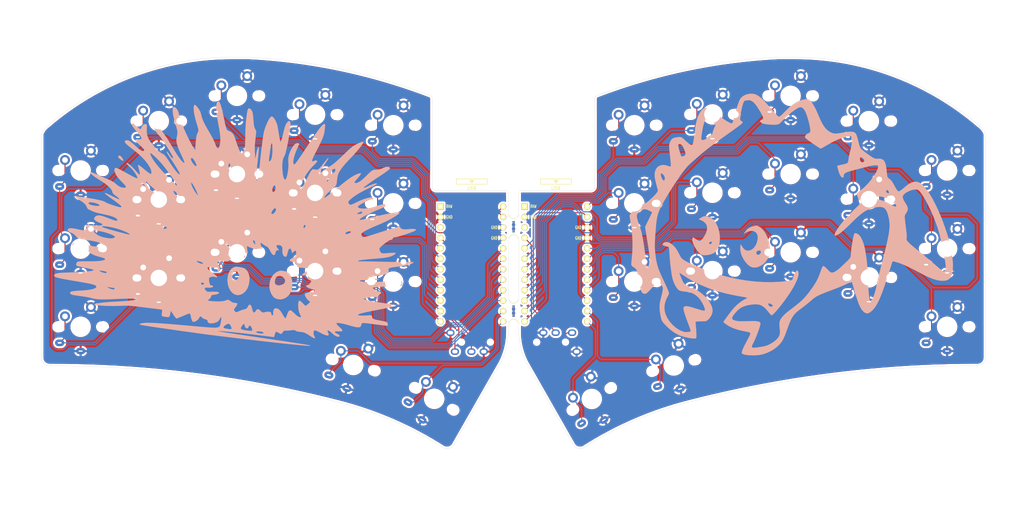
<source format=kicad_pcb>
(kicad_pcb (version 20211014) (generator pcbnew)
  (layers (0 "F.Cu" signal) (31 "B.Cu" signal) (34 "B.Paste" user) (35 "F.Paste" user) (36 "B.SilkS" user "B.Silkscreen") (37 "F.SilkS" user "F.Silkscreen") (38 "B.Mask" user) (39 "F.Mask" user) (44 "Edge.Cuts" user))
  (net 0 "")
  (net 1 "gnd")
  (net 2 "vcc")
  (net 3 "Switch18")
  (net 4 "reset")
  (net 5 "Switch1")
  (net 6 "Switch2")
  (net 7 "Switch3")
  (net 8 "Switch4")
  (net 9 "Switch5")
  (net 10 "Switch6")
  (net 11 "Switch7")
  (net 12 "Switch8")
  (net 13 "Switch9")
  (net 14 "Switch10")
  (net 15 "Switch11")
  (net 16 "Switch12")
  (net 17 "Switch13")
  (net 18 "Switch14")
  (net 19 "Switch15")
  (net 20 "Switch16")
  (net 21 "Switch17")
  (net 22 "raw")
  (net 23 "Switch18_r")
  (net 24 "reset_r")
  (net 25 "Switch9_r")
  (net 26 "Switch10_r")
  (net 27 "Switch11_r")
  (net 28 "Switch12_r")
  (net 29 "Switch13_r")
  (net 30 "Switch14_r")
  (net 31 "Switch15_r")
  (net 32 "Switch16_r")
  (net 33 "Switch17_r")
  (net 34 "Switch1_r")
  (net 35 "Switch2_r")
  (net 36 "Switch3_r")
  (net 37 "Switch4_r")
  (net 38 "Switch5_r")
  (net 39 "Switch6_r")
  (net 40 "Switch7_r")
  (net 41 "Switch8_r")
  (footprint "Kailh:keyswitch_cherrymx_alps_choc12_1u" (layer "F.Cu") (at 45 77)
    (fp_text reference "SW2" hide)
    (fp_text value "SW_Push" hide)
  )
  (footprint "Kailh:keyswitch_cherrymx_alps_choc12_1u" (layer "F.Cu") (at 64 65)
    (fp_text reference "SW3" hide)
    (fp_text value "SW_Push" hide)
  )
  (footprint "Kailh:keyswitch_cherrymx_alps_choc12_1u" (layer "F.Cu") (at 83 58.86)
    (fp_text reference "SW4" hide)
    (fp_text value "SW_Push" hide)
  )
  (footprint "Kailh:keyswitch_cherrymx_alps_choc12_1u" (layer "F.Cu") (at 101.994 63.432)
    (fp_text reference "SW5" hide)
    (fp_text value "SW_Push" hide)
  )
  (footprint "Kailh:keyswitch_cherrymx_alps_choc12_1u" (layer "F.Cu") (at 121 66)
    (fp_text reference "SW6" hide)
    (fp_text value "SW_Push" hide)
  )
  (footprint "Kailh:keyswitch_cherrymx_alps_choc12_1u" (layer "F.Cu") (at 45 96)
    (fp_text reference "SW8" hide)
    (fp_text value "SW_Push" hide)
  )
  (footprint "Kailh:keyswitch_cherrymx_alps_choc12_1u" (layer "F.Cu") (at 64 84.074)
    (fp_text reference "SW9" hide)
    (fp_text value "SW_Push" hide)
  )
  (footprint "Kailh:keyswitch_cherrymx_alps_choc12_1u" (layer "F.Cu") (at 83 77.878)
    (fp_text reference "SW10" hide)
    (fp_text value "SW_Push" hide)
  )
  (footprint "Kailh:keyswitch_cherrymx_alps_choc12_1u" (layer "F.Cu") (at 102 82.45)
    (fp_text reference "SW11" hide)
    (fp_text value "SW_Push" hide)
  )
  (footprint "Kailh:keyswitch_cherrymx_alps_choc12_1u" (layer "F.Cu") (at 120.98 84.99)
    (fp_text reference "SW12" hide)
    (fp_text value "SW_Push" hide)
  )
  (footprint "Kailh:keyswitch_cherrymx_alps_choc12_1u" (layer "F.Cu") (at 45 115)
    (fp_text reference "SW14" hide)
    (fp_text value "SW_Push" hide)
  )
  (footprint "Kailh:keyswitch_cherrymx_alps_choc12_1u" (layer "F.Cu") (at 64.008 103.124)
    (fp_text reference "SW15" hide)
    (fp_text value "SW_Push" hide)
  )
  (footprint "Kailh:keyswitch_cherrymx_alps_choc12_1u" (layer "F.Cu") (at 83 96.896)
    (fp_text reference "SW16" hide)
    (fp_text value "SW_Push" hide)
  )
  (footprint "Kailh:keyswitch_cherrymx_alps_choc12_1u" (layer "F.Cu") (at 102 101.468)
    (fp_text reference "SW17" hide)
    (fp_text value "SW_Push" hide)
  )
  (footprint "Kailh:keyswitch_cherrymx_alps_choc12_1u" (layer "F.Cu") (at 130.95 132.504 -30)
    (fp_text reference "SW20" hide)
    (fp_text value "SW_Push" hide)
  )
  (footprint "Kailh:keyswitch_cherrymx_alps_choc12_1u" (layer "F.Cu") (at 111.272 124.288 -15)
    (fp_text reference "SW21" hide)
    (fp_text value "SW_Push" hide)
  )
  (footprint "Kailh:keyswitch_cherrymx_alps_choc12_1u" (layer "F.Cu") (at 120.98 104.008)
    (fp_text reference "SW18" hide)
    (fp_text value "SW_Push" hide)
  )
  (footprint "kbd:ProMicro_v3_min" (layer "F.Cu") (at 140.094 100.246)
    (fp_text reference "U1" hide)
    (fp_text value "ProMicro-kbd" hide)
  )
  (footprint "Kailh:TRRS-PJ-DPB2" (layer "F.Cu") (at 154.26784 118.734 90)
    (fp_text reference "J1")
    (fp_text value "AudioJack4dpb" hide)
  )
  (footprint "Kailh:keyswitch_cherrymx_alps_choc12_1u" (layer "F.Cu") (at 198.58584 82.418)
    (fp_text reference "SW11_r1" hide)
    (fp_text value "SW_Push" hide)
  )
  (footprint "Kailh:keyswitch_cherrymx_alps_choc12_1u" (layer "F.Cu") (at 255.63184 115)
    (fp_text reference "SW13_r1" hide)
    (fp_text value "SW_Push" hide)
  )
  (footprint "Kailh:keyswitch_cherrymx_alps_choc12_1u" (layer "F.Cu") (at 217.58784 96.896)
    (fp_text reference "SW15_r1" hide)
    (fp_text value "SW_Push" hide)
  )
  (footprint "Kailh:keyswitch_cherrymx_alps_choc12_1u" (layer "F.Cu") (at 198.58584 101.468)
    (fp_text reference "SW16_r1" hide)
    (fp_text value "SW_Push" hide)
  )
  (footprint "Kailh:keyswitch_cherrymx_alps_choc12_1u" (layer "F.Cu") (at 198.58584 63.368)
    (fp_text reference "SW5_r1" hide)
    (fp_text value "SW_Push" hide)
  )
  (footprint "Kailh:keyswitch_cherrymx_alps_choc12_1u" (layer "F.Cu") (at 236.61384 65)
    (fp_text reference "SW3_r1" hide)
    (fp_text value "SW_Push" hide)
  )
  (footprint "Kailh:keyswitch_cherrymx_alps_choc12_1u" (layer "F.Cu") (at 217.58784 58.86)
    (fp_text reference "SW4_r1" hide)
    (fp_text value "SW_Push" hide)
  )
  (footprint "Kailh:keyswitch_cherrymx_alps_choc12_1u" (layer "F.Cu") (at 236.61384 83.974)
    (fp_text reference "SW8_r1" hide)
    (fp_text value "SW_Push" hide)
  )
  (footprint "Kailh:keyswitch_cherrymx_alps_choc12_1u" (layer "F.Cu") (at 217.58784 77.878)
    (fp_text reference "SW9_r1" hide)
    (fp_text value "SW_Push" hide)
  )
  (footprint "Kailh:keyswitch_cherrymx_alps_choc12_1u" (layer "F.Cu") (at 236.61384 102.992)
    (fp_text reference "SW18_r1" hide)
    (fp_text value "SW_Push" hide)
  )
  (footprint "Kailh:keyswitch_cherrymx_alps_choc12_1u" (layer "F.Cu") (at 179.58584 84.99)
    (fp_text reference "SW12_r1" hide)
    (fp_text value "SW_Push" hide)
  )
  (footprint "Kailh:keyswitch_cherrymx_alps_choc12_1u" (layer "F.Cu") (at 255.63184 96)
    (fp_text reference "SW7_r1" hide)
    (fp_text value "SW_Push" hide)
  )
  (footprint "Kailh:keyswitch_cherrymx_alps_choc12_1u" (layer "F.Cu") (at 255.63184 77)
    (fp_text reference "SW2_r1" hide)
    (fp_text value "SW_Push" hide)
  )
  (footprint "Kailh:keyswitch_cherrymx_alps_choc12_1u" (layer "F.Cu") (at 179.58584 66)
    (fp_text reference "SW6_r1" hide)
    (fp_text value "SW_Push" hide)
  )
  (footprint "Kailh:keyswitch_cherrymx_alps_choc12_1u" (layer "F.Cu") (at 169.251 132.542 30)
    (fp_text reference "SW20_r1" hide)
    (fp_text value "SW_Push" hide)
  )
  (footprint "Kailh:keyswitch_cherrymx_alps_choc12_1u" (layer "F.Cu") (at 179.58584 104.008)
    (fp_text reference "SW17_r1" hide)
    (fp_text value "SW_Push" hide)
  )
  (footprint "Kailh:keyswitch_cherrymx_alps_choc12_1u" (layer "F.Cu") (at 189.17984 124.41 15)
    (fp_text reference "SW21_r1" hide)
    (fp_text value "SW_Push" hide)
  )
  (footprint "kbd:ProMicro_v3_min" (layer "F.Cu") (at 160.51784 100.246)
    (fp_text reference "U2" hide)
    (fp_text value "ProMicro-kbd" hide)
  )
  (footprint "Duckyb-Parts:mouse-bite-5mm-slot-with-space-for-track" (layer "F.Cu") (at 150.241 90.678)
    (fp_text reference "mouse-bite-5mm-slot" hide)
    (fp_text value "VAL**" hide)
  )
  (footprint "Duckyb-Parts:mouse-bite-5mm-slot-with-space-for-track" (layer "F.Cu") (at 150.241 111.1885)
    (fp_text reference "mouse-bite-5mm-slot" hide)
    (fp_text value "VAL**" hide)
  )
  (footprint "Kailh:TRRS-PJ-DPB2" (layer "F.Cu") (at 146.19 118.734 -90)
    (fp_text reference "J2")
    (fp_text value "AudioJack4dpb" hide)
  )
  (footprint "silkscreens:unsafe_rust" (layer "B.Cu") (at 85.12 91.95 172)
    (fp_text reference "G***" hide)
    (fp_text value "LOGO" hide)
  )
  (footprint "silkscreens:safe_rust" (layer "B.Cu") (at 214.327152 84.867888 -171)
    (fp_text reference "G***" hide)
    (fp_text value "LOGO" hide)
  )
  (gr_arc (start 148.162 81.866) (mid 148.69233 82.08567) (end 148.912 82.616) (layer "Edge.Cuts") (width 0.05))
  (gr_line (start 148.912 93.218) (end 148.912 101.262) (layer "Edge.Cuts") (width 0.05))
  (gr_line (start 131.458 81.868917) (end 148.162 81.866) (layer "Edge.Cuts") (width 0.05))
  (gr_line (start 147.161679 123.613657) (end 135.71 143.699265) (layer "Edge.Cuts") (width 0.05))
  (gr_arc (start 148.924 116.248) (mid 148.462831 120.031316) (end 147.161679 123.613657) (layer "Edge.Cuts") (width 0.05))
  (gr_line (start 148.912 82.616) (end 148.924 88.11) (layer "Edge.Cuts") (width 0.05))
  (gr_line (start 149.2885 88.11) (end 148.924 88.11) (layer "Edge.Cuts") (width 0.05))
  (gr_line (start 149.2885 93.218) (end 148.912 93.218) (layer "Edge.Cuts") (width 0.05))
  (gr_line (start 149.2885 108.628) (end 148.924 108.628) (layer "Edge.Cuts") (width 0.05))
  (gr_line (start 149.2885 113.7285) (end 148.912 113.7285) (layer "Edge.Cuts") (width 0.05))
  (gr_line (start 148.912 101.262) (end 148.924 108.628) (layer "Edge.Cuts") (width 0.05))
  (gr_line (start 148.912 113.7285) (end 148.924 116.248) (layer "Edge.Cuts") (width 0.05))
  (gr_arc (start 131.458 81.868917) (mid 130.750893 81.576024) (end 130.458 80.868917) (layer "Edge.Cuts") (width 0.05))
  (gr_line (start 130.458 80.868917) (end 130.463 59.473) (layer "Edge.Cuts") (width 0.05))
  (gr_arc (start 35.465859 68.23732) (mid 36.022742 67.119147) (end 36.893 66.223) (layer "Edge.Cuts") (width 0.05))
  (gr_arc (start 85.843227 49.463504) (mid 108.303644 52.385453) (end 130.028245 58.79247) (layer "Edge.Cuts") (width 0.05))
  (gr_line (start 37.768 124.474571) (end 37.493002 124.473917) (layer "Edge.Cuts") (width 0.05))
  (gr_arc (start 107.797707 133.384137) (mid 120.821222 137.841207) (end 132.978 144.298) (layer "Edge.Cuts") (width 0.05))
  (gr_arc (start 37.768 124.474571) (mid 73.062993 126.727903) (end 107.798171 133.38233) (layer "Edge.Cuts") (width 0.05))
  (gr_arc (start 37.493002 124.473917) (mid 36.080534 123.924716) (end 35.458001 122.542999) (layer "Edge.Cuts") (width 0.05))
  (gr_arc (start 135.71 143.699265) (mid 134.468995 144.56898) (end 132.978 144.298) (layer "Edge.Cuts") (width 0.05))
  (gr_arc (start 130.028245 58.79247) (mid 130.345034 59.069226) (end 130.463 59.473) (layer "Edge.Cuts") (width 0.05))
  (gr_line (start 35.465859 68.23732) (end 35.458001 122.542999) (layer "Edge.Cuts") (width 0.05))
  (gr_line (start 85.843124 49.465561) (end 81.868 49.468) (layer "Edge.Cuts") (width 0.05))
  (gr_arc (start 36.894611 66.224861) (mid 57.871135 53.793316) (end 81.868 49.468) (layer "Edge.Cuts") (width 0.05))
  (gr_line (start 168.99984 81.868917) (end 152.29584 81.866) (layer "Edge.Cuts") (width 0.05))
  (gr_line (start 151.54584 113.7285) (end 151.53384 116.248) (layer "Edge.Cuts") (width 0.05))
  (gr_line (start 153.280536 123.57215) (end 164.74784 143.699265) (layer "Edge.Cuts") (width 0.05))
  (gr_line (start 264.991981 68.23732) (end 264.999839 122.542999) (layer "Edge.Cuts") (width 0.05))
  (gr_line (start 214.614716 49.465561) (end 218.58984 49.468) (layer "Edge.Cuts") (width 0.05))
  (gr_line (start 151.54584 101.262) (end 151.53384 108.628) (layer "Edge.Cuts") (width 0.05))
  (gr_arc (start 151.54584 82.616) (mid 151.76551 82.08567) (end 152.29584 81.866) (layer "Edge.Cuts") (width 0.05))
  (gr_line (start 151.54584 93.218) (end 151.54584 101.262) (layer "Edge.Cuts") (width 0.05))
  (gr_arc (start 167.47984 144.298) (mid 179.636618 137.841207) (end 192.660133 133.384137) (layer "Edge.Cuts") (width 0.05))
  (gr_arc (start 218.58984 49.468) (mid 242.586705 53.793316) (end 263.563229 66.224861) (layer "Edge.Cuts") (width 0.05))
  (gr_arc (start 192.659669 133.38233) (mid 227.394847 126.727903) (end 262.68984 124.474571) (layer "Edge.Cuts") (width 0.05))
  (gr_arc (start 167.47984 144.298) (mid 165.988845 144.56898) (end 164.74784 143.699265) (layer "Edge.Cuts") (width 0.05))
  (gr_arc (start 153.280536 123.57215) (mid 151.990927 120.009347) (end 151.53384 116.248) (layer "Edge.Cuts") (width 0.05))
  (gr_line (start 151.54584 82.616) (end 151.53384 88.11) (layer "Edge.Cuts") (width 0.05))
  (gr_arc (start 169.99984 80.868917) (mid 169.706947 81.576024) (end 168.99984 81.868917) (layer "Edge.Cuts") (width 0.05))
  (gr_line (start 169.99984 80.868917) (end 169.99484 59.473) (layer "Edge.Cuts") (width 0.05))
  (gr_arc (start 263.56484 66.223) (mid 264.435099 67.119147) (end 264.991981 68.23732) (layer "Edge.Cuts") (width 0.05))
  (gr_arc (start 170.429595 58.79247) (mid 192.154196 52.385453) (end 214.614613 49.463504) (layer "Edge.Cuts") (width 0.05))
  (gr_line (start 262.68984 124.474571) (end 262.964838 124.473917) (layer "Edge.Cuts") (width 0.05))
  (gr_arc (start 264.999839 122.542999) (mid 264.377307 123.924716) (end 262.964838 124.473917) (layer "Edge.Cuts") (width 0.05))
  (gr_arc (start 169.99484 59.473) (mid 170.112806 59.069226) (end 170.429595 58.79247) (layer "Edge.Cuts") (width 0.05))
  (gr_line (start 151.53384 88.11) (end 151.1935 88.11) (layer "Edge.Cuts") (width 0.05))
  (gr_arc (start 151.193499 108.628) (mid 150.241 109.285937) (end 149.288501 108.627999) (layer "Edge.Cuts") (width 0.05))
  (gr_line (start 151.54584 113.7285) (end 151.1935 113.7285) (layer "Edge.Cuts") (width 0.05))
  (gr_line (start 151.54584 93.218) (end 151.1935 93.218) (layer "Edge.Cuts") (width 0.05))
  (gr_arc (start 149.288501 113.7285) (mid 150.241 113.083627) (end 151.193499 113.728501) (layer "Edge.Cuts") (width 0.05))
  (gr_arc (start 149.288501 93.218) (mid 150.241 92.573127) (end 151.193499 93.218001) (layer "Edge.Cuts") (width 0.05))
  (gr_arc (start 151.193499 88.11) (mid 150.241 88.772807) (end 149.288501 88.109999) (layer "Edge.Cuts") (width 0.05))
  (gr_line (start 151.53384 108.628) (end 151.1935 108.628) (layer "Edge.Cuts") (width 0.05))
  (segment (start 154.297107 94.775867) (end 152.90924 93.388) (width 0.25) (layer "F.Cu") (net 2))
  (segment (start 136.282893 117.787107) (end 136.627107 117.442893) (width 0.25) (layer "F.Cu") (net 2))
  (segment (start 154.997107 119.697107) (end 154.882893 119.582893) (width 0.25) (layer "F.Cu") (net 2))
  (segment (start 134.19 111.885786) (end 134.19 95.506814) (width 0.25) (layer "F.Cu") (net 2))
  (segment (start 159.235786 119.99) (end 155.704214 119.99) (width 0.25) (layer "F.Cu") (net 2))
  (segment (start 164.46784 116.434) (end 163.620214 116.434) (width 0.25) (layer "F.Cu") (net 2))
  (segment (start 133.897107 94.799707) (end 132.4854 93.388) (width 0.25) (layer "F.Cu") (net 2))
  (segment (start 136.92 116.735786) (end 136.92 115.444214) (width 0.25) (layer "F.Cu") (net 2))
  (segment (start 136.627107 114.737107) (end 134.482893 112.592893) (width 0.25) (layer "F.Cu") (net 2))
  (segment (start 135.99 121.034) (end 135.99 118.494214) (width 0.25) (layer "F.Cu") (net 2))
  (segment (start 162.913107 116.726893) (end 159.942893 119.697107) (width 0.25) (layer "F.Cu") (net 2))
  (segment (start 154.59 118.875786) (end 154.59 95.482974) (width 0.25) (layer "F.Cu") (net 2))
  (arc (start 159.942893 119.697107) (mid 159.61847 119.91388) (end 159.235786 119.99) (width 0.25) (layer "F.Cu") (net 2))
  (arc (start 133.897107 94.799707) (mid 134.11388 95.12413) (end 134.19 95.506814) (width 0.25) (layer "F.Cu") (net 2))
  (arc (start 163.620214 116.434) (mid 163.237531 116.51012) (end 162.913107 116.726893) (width 0.25) (layer "F.Cu") (net 2))
  (arc (start 154.297107 94.775867) (mid 154.51388 95.10029) (end 154.59 95.482974) (width 0.25) (layer "F.Cu") (net 2))
  (arc (start 136.92 116.735786) (mid 136.84388 117.118469) (end 136.627107 117.442893) (width 0.25) (layer "F.Cu") (net 2))
  (arc (start 136.282893 117.787107) (mid 136.06612 118.11153) (end 135.99 118.494214) (width 0.25) (layer "F.Cu") (net 2))
  (arc (start 154.882893 119.582893) (mid 154.66612 119.25847) (end 154.59 118.875786) (width 0.25) (layer "F.Cu") (net 2))
  (arc (start 134.482893 112.592893) (mid 134.26612 112.26847) (end 134.19 111.885786) (width 0.25) (layer "F.Cu") (net 2))
  (arc (start 155.704214 119.99) (mid 155.321531 119.91388) (end 154.997107 119.697107) (width 0.25) (layer "F.Cu") (net 2))
  (arc (start 136.627107 114.737107) (mid 136.84388 115.06153) (end 136.92 115.444214) (width 0.25) (layer "F.Cu") (net 2))
  (segment (start 146.956593 87.559193) (end 147.7054 88.308) (width 0.25) (layer "F.Cu") (net 3))
  (segment (start 134.64 111.69939) (end 134.64 88.684214) (width 0.25) (layer "F.Cu") (net 3))
  (segment (start 136.057914 87.2663) (end 146.249486 87.2663) (width 0.25) (layer "F.Cu") (net 3))
  (segment (start 139.99 121.034) (end 139.99 117.877818) (width 0.25) (layer "F.Cu") (net 3))
  (segment (start 134.932893 87.977107) (end 135.350807 87.559193) (width 0.25) (layer "F.Cu") (net 3))
  (segment (start 139.697107 117.170711) (end 134.932893 112.406497) (width 0.25) (layer "F.Cu") (net 3))
  (arc (start 134.932893 112.406497) (mid 134.71612 112.082074) (end 134.64 111.69939) (width 0.25) (layer "F.Cu") (net 3))
  (arc (start 146.956593 87.559193) (mid 146.63217 87.34242) (end 146.249486 87.2663) (width 0.25) (layer "F.Cu") (net 3))
  (arc (start 134.64 88.684214) (mid 134.71612 88.301531) (end 134.932893 87.977107) (width 0.25) (layer "F.Cu") (net 3))
  (arc (start 139.697107 117.170711) (mid 139.91388 117.495134) (end 139.99 117.877818) (width 0.25) (layer "F.Cu") (net 3))
  (arc (start 136.057914 87.2663) (mid 135.675231 87.34242) (end 135.350807 87.559193) (width 0.25) (layer "F.Cu") (net 3))
  (segment (start 41.2 74.45) (end 41.2 79.185786) (width 0.25) (layer "F.Cu") (net 5))
  (segment (start 40.907107 79.892893) (end 39.9 80.9) (width 0.25) (layer "F.Cu") (net 5))
  (arc (start 41.2 79.185786) (mid 41.12388 79.568469) (end 40.907107 79.892893) (width 0.25) (layer "F.Cu") (net 5))
  (segment (start 59.889611 108.059787) (end 48.892291 119.057107) (width 0.25) (layer "B.Cu") (net 5))
  (segment (start 39.9 91.01939) (end 39.9 80.9) (width 0.25) (layer "B.Cu") (net 5))
  (segment (start 111.333786 105.818) (end 99.744214 105.818) (width 0.25) (layer "B.Cu") (net 5))
  (segment (start 88.520709 104.297107) (end 85.762495 101.538893) (width 0.25) (layer "B.Cu") (net 5))
  (segment (start 119.662711 119.791107) (end 116.697903 116.826299) (width 0.25) (layer "B.Cu") (net 5))
  (segment (start 38.302893 93.030711) (end 39.607107 91.726497) (width 0.25) (layer "B.Cu") (net 5))
  (segment (start 78.730796 101.99) (end 75.357006 101.99) (width 0.25) (layer "B.Cu") (net 5))
  (segment (start 116.40501 116.119192) (end 116.40501 110.889224) (width 0.25) (layer "B.Cu") (net 5))
  (segment (start 134.274578 120.084) (end 120.369818 120.084) (width 0.25) (layer "B.Cu") (net 5))
  (segment (start 145.851899 108.920893) (end 134.981685 119.791107) (width 0.25) (layer "B.Cu") (net 5))
  (segment (start 68.439899 105.882893) (end 67.141685 107.181107) (width 0.25) (layer "B.Cu") (net 5))
  (segment (start 66.434578 107.474) (end 61.303825 107.474) (width 0.25) (layer "B.Cu") (net 5))
  (segment (start 48.185184 119.35) (end 42.354214 119.35) (width 0.25) (layer "B.Cu") (net 5))
  (segment (start 79.596117 101.538893) (end 79.437903 101.697107) (width 0.25) (layer "B.Cu") (net 5))
  (segment (start 98.173786 106.56) (end 96.274214 106.56) (width 0.25) (layer "B.Cu") (net 5))
  (segment (start 38.737107 120.217107) (end 38.302893 119.782893) (width 0.25) (layer "B.Cu") (net 5))
  (segment (start 85.055388 101.246) (end 80.303224 101.246) (width 0.25) (layer "B.Cu") (net 5))
  (segment (start 95.567107 106.267107) (end 94.182893 104.882893) (width 0.25) (layer "B.Cu") (net 5))
  (segment (start 116.112117 110.182117) (end 112.040893 106.110893) (width 0.25) (layer "B.Cu") (net 5))
  (segment (start 74.649899 102.282893) (end 71.635685 105.297107) (width 0.25) (layer "B.Cu") (net 5))
  (segment (start 99.037107 106.110893) (end 98.880893 106.267107) (width 0.25) (layer "B.Cu") (net 5))
  (segment (start 70.928578 105.59) (end 69.147006 105.59) (width 0.25) (layer "B.Cu") (net 5))
  (segment (start 41.647107 119.642893) (end 41.072893 120.217107) (width 0.25) (layer "B.Cu") (net 5))
  (segment (start 147.7054 108.628) (end 146.559006 108.628) (width 0.25) (layer "B.Cu") (net 5))
  (segment (start 38.01 119.075786) (end 38.01 93.737818) (width 0.25) (layer "B.Cu") (net 5))
  (segment (start 93.475786 104.59) (end 89.227816 104.59) (width 0.25) (layer "B.Cu") (net 5))
  (segment (start 40.365786 120.51) (end 39.444214 120.51) (width 0.25) (layer "B.Cu") (net 5))
  (arc (start 61.303825 107.474) (mid 60.538458 107.626241) (end 59.889611 108.059787) (width 0.25) (layer "B.Cu") (net 5))
  (arc (start 116.697903 116.826299) (mid 116.48113 116.501875) (end 116.40501 116.119192) (width 0.25) (layer "B.Cu") (net 5))
  (arc (start 112.040893 106.110893) (mid 111.71647 105.89412) (end 111.333786 105.818) (width 0.25) (layer "B.Cu") (net 5))
  (arc (start 79.437903 101.697107) (mid 79.113479 101.91388) (end 78.730796 101.99) (width 0.25) (layer "B.Cu") (net 5))
  (arc (start 146.559006 108.628) (mid 146.176323 108.70412) (end 145.851899 108.920893) (width 0.25) (layer "B.Cu") (net 5))
  (arc (start 85.762495 101.538893) (mid 85.438072 101.32212) (end 85.055388 101.246) (width 0.25) (layer "B.Cu") (net 5))
  (arc (start 116.40501 110.889224) (mid 116.32889 110.506541) (end 116.112117 110.182117) (width 0.25) (layer "B.Cu") (net 5))
  (arc (start 67.141685 107.181107) (mid 66.817261 107.39788) (end 66.434578 107.474) (width 0.25) (layer "B.Cu") (net 5))
  (arc (start 98.880893 106.267107) (mid 98.556469 106.48388) (end 98.173786 106.56) (width 0.25) (layer "B.Cu") (net 5))
  (arc (start 89.227816 104.59) (mid 88.845132 104.51388) (end 88.520709 104.297107) (width 0.25) (layer "B.Cu") (net 5))
  (arc (start 120.369818 120.084) (mid 119.987134 120.00788) (end 119.662711 119.791107) (width 0.25) (layer "B.Cu") (net 5))
  (arc (start 39.607107 91.726497) (mid 39.82388 91.402074) (end 39.9 91.01939) (width 0.25) (layer "B.Cu") (net 5))
  (arc (start 38.01 93.737818) (mid 38.08612 93.355134) (end 38.302893 93.030711) (width 0.25) (layer "B.Cu") (net 5))
  (arc (start 75.357006 101.99) (mid 74.974323 102.06612) (end 74.649899 102.282893) (width 0.25) (layer "B.Cu") (net 5))
  (arc (start 41.072893 120.217107) (mid 40.74847 120.43388) (end 40.365786 120.51) (width 0.25) (layer "B.Cu") (net 5))
  (arc (start 39.444214 120.51) (mid 39.06153 120.43388) (end 38.737107 120.217107) (width 0.25) (layer "B.Cu") (net 5))
  (arc (start 99.744214 105.818) (mid 99.36153 105.89412) (end 99.037107 106.110893) (width 0.25) (layer "B.Cu") (net 5))
  (arc (start 96.274214 106.56) (mid 95.891531 106.48388) (end 95.567107 106.267107) (width 0.25) (layer "B.Cu") (net 5))
  (arc (start 71.635685 105.297107) (mid 71.311261 105.51388) (end 70.928578 105.59) (width 0.25) (layer "B.Cu") (net 5))
  (arc (start 134.981685 119.791107) (mid 134.657262 120.00788) (end 134.274578 120.084) (width 0.25) (layer "B.Cu") (net 5))
  (arc (start 69.147006 105.59) (mid 68.764323 105.66612) (end 68.439899 105.882893) (width 0.25) (layer "B.Cu") (net 5))
  (arc (start 80.303224 101.246) (mid 79.92054 101.32212) (end 79.596117 101.538893) (width 0.25) (layer "B.Cu") (net 5))
  (arc (start 94.182893 104.882893) (mid 93.858469 104.66612) (end 93.475786 104.59) (width 0.25) (layer "B.Cu") (net 5))
  (arc (start 38.302893 119.782893) (mid 38.08612 119.458469) (end 38.01 119.075786) (width 0.25) (layer "B.Cu") (net 5))
  (arc (start 48.892291 119.057107) (mid 48.567868 119.27388) (end 48.185184 119.35) (width 0.25) (layer "B.Cu") (net 5))
  (arc (start 42.354214 119.35) (mid 41.97153 119.42612) (end 41.647107 119.642893) (width 0.25) (layer "B.Cu") (net 5))
  (segment (start 60.2 62.45) (end 60.2 67.185786) (width 0.25) (layer "F.Cu") (net 6))
  (segment (start 59.907107 67.892893) (end 58.9 68.9) (width 0.25) (layer "F.Cu") (net 6))
  (arc (start 60.2 67.185786) (mid 60.12388 67.568469) (end 59.907107 67.892893) (width 0.25) (layer "F.Cu") (net 6))
  (segment (start 58.9 68.9) (end 65.352182 68.9) (width 0.25) (layer "B.Cu") (net 6))
  (segment (start 117.585422 75.518028) (end 125.010585 75.518029) (width 0.25) (layer "B.Cu") (net 6))
  (segment (start 129.92 85.029402) (end 129.92 100.568386) (width 0.25) (layer "B.Cu") (net 6))
  (segment (start 128.721866 83.417054) (end 129.627107 84.322295) (width 0.25) (layer "B.Cu") (net 6))
  (segment (start 125.717692 75.810922) (end 128.136079 78.229309) (width 0.25) (layer "B.Cu") (net 6))
  (segment (start 130.212893 101.275493) (end 132.4854 103.548) (width 0.25) (layer "B.Cu") (net 6))
  (segment (start 98.628111 70.338903) (end 100.016343 71.727135) (width 0.25) (layer "B.Cu") (net 6))
  (segment (start 113.966101 72.312921) (end 116.878315 75.225135) (width 0.25) (layer "B.Cu") (net 6))
  (segment (start 67.32662 70.04601) (end 97.921004 70.04601) (width 0.25) (layer "B.Cu") (net 6))
  (segment (start 100.72345 72.020028) (end 113.258994 72.020028) (width 0.25) (layer "B.Cu") (net 6))
  (segment (start 66.059289 69.192893) (end 66.619513 69.753117) (width 0.25) (layer "B.Cu") (net 6))
  (segment (start 128.428972 78.936416) (end 128.428973 82.709947) (width 0.25) (layer "B.Cu") (net 6))
  (arc (start 129.627107 84.322295) (mid 129.84388 84.646718) (end 129.92 85.029402) (width 0.25) (layer "B.Cu") (net 6))
  (arc (start 128.136079 78.229309) (mid 128.352852 78.553732) (end 128.428972 78.936416) (width 0.25) (layer "B.Cu") (net 6))
  (arc (start 66.619513 69.753117) (mid 66.943937 69.96989) (end 67.32662 70.04601) (width 0.25) (layer "B.Cu") (net 6))
  (arc (start 125.010585 75.518029) (mid 125.393268 75.594149) (end 125.717692 75.810922) (width 0.25) (layer "B.Cu") (net 6))
  (arc (start 128.428973 82.709947) (mid 128.505093 83.092631) (end 128.721866 83.417054) (width 0.25) (layer "B.Cu") (net 6))
  (arc (start 65.352182 68.9) (mid 65.734865 68.97612) (end 66.059289 69.192893) (width 0.25) (layer "B.Cu") (net 6))
  (arc (start 129.92 100.568386) (mid 129.99612 100.951069) (end 130.212893 101.275493) (width 0.25) (layer "B.Cu") (net 6))
  (arc (start 116.878315 75.225135) (mid 117.202739 75.441908) (end 117.585422 75.518028) (width 0.25) (layer "B.Cu") (net 6))
  (arc (start 100.016343 71.727135) (mid 100.340767 71.943908) (end 100.72345 72.020028) (width 0.25) (layer "B.Cu") (net 6))
  (arc (start 97.921004 70.04601) (mid 98.303687 70.12213) (end 98.628111 70.338903) (width 0.25) (layer "B.Cu") (net 6))
  (arc (start 113.966101 72.312921) (mid 113.641678 72.096148) (end 113.258994 72.020028) (width 0.25) (layer "B.Cu") (net 6))
  (segment (start 79.2 56.31) (end 79.2 61.045786) (width 0.25) (layer "F.Cu") (net 7))
  (segment (start 78.907107 61.752893) (end 77.9 62.76) (width 0.25) (layer "F.Cu") (net 7))
  (arc (start 79.2 61.045786) (mid 79.12388 61.428469) (end 78.907107 61.752893) (width 0.25) (layer "F.Cu") (net 7))
  (segment (start 98.814497 69.888893) (end 100.202721 71.277117) (width 0.25) (layer "B.Cu") (net 7))
  (segment (start 129.171875 83.230667) (end 130.077107 84.135899) (width 0.25) (layer "B.Cu") (net 7))
  (segment (start 130.662893 99.185493) (end 132.4854 101.008) (width 0.25) (layer "B.Cu") (net 7))
  (segment (start 128.878982 78.750016) (end 128.878982 82.52356) (width 0.25) (layer "B.Cu") (net 7))
  (segment (start 130.37 84.843006) (end 130.37 98.478386) (width 0.25) (layer "B.Cu") (net 7))
  (segment (start 100.909828 71.57001) (end 113.445386 71.57001) (width 0.25) (layer "B.Cu") (net 7))
  (segment (start 117.771823 75.068019) (end 125.196986 75.06802) (width 0.25) (layer "B.Cu") (net 7))
  (segment (start 114.152493 71.862903) (end 117.064716 74.775126) (width 0.25) (layer "B.Cu") (net 7))
  (segment (start 85.150214 69.596) (end 98.10739 69.596) (width 0.25) (layer "B.Cu") (net 7))
  (segment (start 125.904093 75.360913) (end 128.586089 78.042909) (width 0.25) (layer "B.Cu") (net 7))
  (segment (start 77.9 62.76) (end 84.443107 69.303107) (width 0.25) (layer "B.Cu") (net 7))
  (arc (start 100.202721 71.277117) (mid 100.527145 71.49389) (end 100.909828 71.57001) (width 0.25) (layer "B.Cu") (net 7))
  (arc (start 130.077107 84.135899) (mid 130.29388 84.460322) (end 130.37 84.843006) (width 0.25) (layer "B.Cu") (net 7))
  (arc (start 128.878982 82.52356) (mid 128.955102 82.906243) (end 129.171875 83.230667) (width 0.25) (layer "B.Cu") (net 7))
  (arc (start 84.443107 69.303107) (mid 84.767531 69.51988) (end 85.150214 69.596) (width 0.25) (layer "B.Cu") (net 7))
  (arc (start 130.37 98.478386) (mid 130.44612 98.86107) (end 130.662893 99.185493) (width 0.25) (layer "B.Cu") (net 7))
  (arc (start 98.10739 69.596) (mid 98.490073 69.67212) (end 98.814497 69.888893) (width 0.25) (layer "B.Cu") (net 7))
  (arc (start 113.445386 71.57001) (mid 113.828069 71.64613) (end 114.152493 71.862903) (width 0.25) (layer "B.Cu") (net 7))
  (arc (start 117.064716 74.775126) (mid 117.389139 74.991899) (end 117.771823 75.068019) (width 0.25) (layer "B.Cu") (net 7))
  (arc (start 128.586089 78.042909) (mid 128.802862 78.367332) (end 128.878982 78.750016) (width 0.25) (layer "B.Cu") (net 7))
  (arc (start 125.196986 75.06802) (mid 125.57967 75.14414) (end 125.904093 75.360913) (width 0.25) (layer "B.Cu") (net 7))
  (segment (start 98.194 60.882) (end 98.194 65.617786) (width 0.25) (layer "F.Cu") (net 8))
  (segment (start 97.901107 66.324893) (end 96.894 67.332) (width 0.25) (layer "F.Cu") (net 8))
  (arc (start 98.194 65.617786) (mid 98.11788 66.000469) (end 97.901107 66.324893) (width 0.25) (layer "F.Cu") (net 8))
  (segment (start 131.112893 97.095493) (end 132.4854 98.468) (width 0.25) (layer "B.Cu") (net 8))
  (segment (start 117.958224 74.61801) (end 125.383386 74.61801) (width 0.25) (layer "B.Cu") (net 8))
  (segment (start 129.328991 78.563615) (end 129.328991 82.337173) (width 0.25) (layer "B.Cu") (net 8))
  (segment (start 129.621884 83.04428) (end 130.527107 83.949503) (width 0.25) (layer "B.Cu") (net 8))
  (segment (start 130.82 84.65661) (end 130.82 96.388386) (width 0.25) (layer "B.Cu") (net 8))
  (segment (start 114.338893 71.412893) (end 117.251117 74.325117) (width 0.25) (layer "B.Cu") (net 8))
  (segment (start 126.090493 74.910903) (end 129.036098 77.856508) (width 0.25) (layer "B.Cu") (net 8))
  (segment (start 101.096214 71.12) (end 113.631786 71.12) (width 0.25) (layer "B.Cu") (net 8))
  (segment (start 96.894 67.332) (end 100.389107 70.827107) (width 0.25) (layer "B.Cu") (net 8))
  (arc (start 130.82 96.388386) (mid 130.89612 96.771069) (end 131.112893 97.095493) (width 0.25) (layer "B.Cu") (net 8))
  (arc (start 129.036098 77.856508) (mid 129.252871 78.180932) (end 129.328991 78.563615) (width 0.25) (layer "B.Cu") (net 8))
  (arc (start 129.328991 82.337173) (mid 129.405111 82.719857) (end 129.621884 83.04428) (width 0.25) (layer "B.Cu") (net 8))
  (arc (start 100.389107 70.827107) (mid 100.71353 71.04388) (end 101.096214 71.12) (width 0.25) (layer "B.Cu") (net 8))
  (arc (start 113.631786 71.12) (mid 114.014469 71.19612) (end 114.338893 71.412893) (width 0.25) (layer "B.Cu") (net 8))
  (arc (start 117.251117 74.325117) (mid 117.57554 74.54189) (end 117.958224 74.61801) (width 0.25) (layer "B.Cu") (net 8))
  (arc (start 130.527107 83.949503) (mid 130.74388 84.273927) (end 130.82 84.65661) (width 0.25) (layer "B.Cu") (net 8))
  (arc (start 125.383386 74.61801) (mid 125.766069 74.69413) (end 126.090493 74.910903) (width 0.25) (layer "B.Cu") (net 8))
  (segment (start 116.907107 68.892893) (end 115.9 69.9) (width 0.25) (layer "F.Cu") (net 9))
  (segment (start 117.2 63.45) (end 117.2 68.185786) (width 0.25) (layer "F.Cu") (net 9))
  (arc (start 117.2 68.185786) (mid 117.12388 68.568469) (end 116.907107 68.892893) (width 0.25) (layer "F.Cu") (net 9))
  (segment (start 115.9 69.9) (end 115.9 71.92339) (width 0.25) (layer "B.Cu") (net 9))
  (segment (start 119.118 74.168) (end 125.569786 74.168) (width 0.25) (layer "B.Cu") (net 9))
  (segment (start 116.192893 72.630497) (end 117.437513 73.875117) (width 0.25) (layer "B.Cu") (net 9))
  (segment (start 131.27 84.470214) (end 131.27 94.298386) (width 0.25) (layer "B.Cu") (net 9))
  (segment (start 130.086893 82.872893) (end 130.977107 83.763107) (width 0.25) (layer "B.Cu") (net 9))
  (segment (start 118.14462 74.16801) (end 119.11799 74.16801) (width 0.25) (layer "B.Cu") (net 9))
  (segment (start 129.794 78.392214) (end 129.794 82.165786) (width 0.25) (layer "B.Cu") (net 9))
  (segment (start 131.562893 95.005493) (end 132.4854 95.928) (width 0.25) (layer "B.Cu") (net 9))
  (segment (start 126.276893 74.460893) (end 129.501107 77.685107) (width 0.25) (layer "B.Cu") (net 9))
  (segment (start 119.11799 74.16801) (end 119.118 74.168) (width 0.25) (layer "B.Cu") (net 9))
  (arc (start 118.14462 74.16801) (mid 117.761937 74.09189) (end 117.437513 73.875117) (width 0.25) (layer "B.Cu") (net 9))
  (arc (start 125.569786 74.168) (mid 125.952469 74.24412) (end 126.276893 74.460893) (width 0.25) (layer "B.Cu") (net 9))
  (arc (start 131.562893 95.005493) (mid 131.34612 94.68107) (end 131.27 94.298386) (width 0.25) (layer "B.Cu") (net 9))
  (arc (start 115.9 71.92339) (mid 115.97612 72.306073) (end 116.192893 72.630497) (width 0.25) (layer "B.Cu") (net 9))
  (arc (start 129.501107 77.685107) (mid 129.71788 78.00953) (end 129.794 78.392214) (width 0.25) (layer "B.Cu") (net 9))
  (arc (start 130.977107 83.763107) (mid 131.19388 84.08753) (end 131.27 84.470214) (width 0.25) (layer "B.Cu") (net 9))
  (arc (start 130.086893 82.872893) (mid 129.87012 82.54847) (end 129.794 82.165786) (width 0.25) (layer "B.Cu") (net 9))
  (segment (start 41.2 93.45) (end 41.2 98.185786) (width 0.25) (layer "F.Cu") (net 10))
  (segment (start 40.907107 98.892893) (end 39.9 99.9) (width 0.25) (layer "F.Cu") (net 10))
  (arc (start 40.907107 98.892893) (mid 41.12388 98.56847) (end 41.2 98.185786) (width 0.25) (layer "F.Cu") (net 10))
  (segment (start 40.642893 82.757107) (end 41.627107 81.772893) (width 0.25) (layer "B.Cu") (net 10))
  (segment (start 129.762893 103.365493) (end 132.4854 106.088) (width 0.25) (layer "B.Cu") (net 10))
  (segment (start 127.978972 79.122812) (end 127.978973 82.896343) (width 0.25) (layer "B.Cu") (net 10))
  (segment (start 67.140224 70.49601) (end 97.734608 70.49601) (width 0.25) (layer "B.Cu") (net 10))
  (segment (start 50.412893 81.187107) (end 61.957107 69.642893) (width 0.25) (layer "B.Cu") (net 10))
  (segment (start 100.537054 72.470028) (end 113.072598 72.470028) (width 0.25) (layer "B.Cu") (net 10))
  (segment (start 128.271866 83.60345) (end 129.177107 84.508691) (width 0.25) (layer "B.Cu") (net 10))
  (segment (start 62.664214 69.35) (end 65.165786 69.35) (width 0.25) (layer "B.Cu") (net 10))
  (segment (start 113.779705 72.762921) (end 116.691919 75.675135) (width 0.25) (layer "B.Cu") (net 10))
  (segment (start 42.334214 81.48) (end 49.705786 81.48) (width 0.25) (layer "B.Cu") (net 10))
  (segment (start 98.441715 70.788903) (end 99.829947 72.177135) (width 0.25) (layer "B.Cu") (net 10))
  (segment (start 129.47 85.215798) (end 129.47 102.658386) (width 0.25) (layer "B.Cu") (net 10))
  (segment (start 41.2 93.45) (end 40.642893 92.892893) (width 0.25) (layer "B.Cu") (net 10))
  (segment (start 125.531295 76.260921) (end 127.686079 78.415705) (width 0.25) (layer "B.Cu") (net 10))
  (segment (start 117.399026 75.968028) (end 124.824188 75.968028) (width 0.25) (layer "B.Cu") (net 10))
  (segment (start 65.872893 69.642893) (end 66.433117 70.203117) (width 0.25) (layer "B.Cu") (net 10))
  (segment (start 40.35 92.185786) (end 40.35 83.464214) (width 0.25) (layer "B.Cu") (net 10))
  (arc (start 40.35 83.464214) (mid 40.42612 83.081531) (end 40.642893 82.757107) (width 0.25) (layer "B.Cu") (net 10))
  (arc (start 113.779705 72.762921) (mid 113.455282 72.546148) (end 113.072598 72.470028) (width 0.25) (layer "B.Cu") (net 10))
  (arc (start 99.829947 72.177135) (mid 100.154371 72.393908) (end 100.537054 72.470028) (width 0.25) (layer "B.Cu") (net 10))
  (arc (start 127.978973 82.896343) (mid 128.055093 83.279027) (end 128.271866 83.60345) (width 0.25) (layer "B.Cu") (net 10))
  (arc (start 116.691919 75.675135) (mid 117.016342 75.891908) (end 117.399026 75.968028) (width 0.25) (layer "B.Cu") (net 10))
  (arc (start 124.824188 75.968028) (mid 125.206872 76.044148) (end 125.531295 76.260921) (width 0.25) (layer "B.Cu") (net 10))
  (arc (start 97.734608 70.49601) (mid 98.117292 70.57213) (end 98.441715 70.788903) (width 0.25) (layer "B.Cu") (net 10))
  (arc (start 41.627107 81.772893) (mid 41.951531 81.55612) (end 42.334214 81.48) (width 0.25) (layer "B.Cu") (net 10))
  (arc (start 49.705786 81.48) (mid 50.088469 81.40388) (end 50.412893 81.187107) (width 0.25) (layer "B.Cu") (net 10))
  (arc (start 127.686079 78.415705) (mid 127.902852 78.740128) (end 127.978972 79.122812) (width 0.25) (layer "B.Cu") (net 10))
  (arc (start 65.165786 69.35) (mid 65.54847 69.42612) (end 65.872893 69.642893) (width 0.25) (layer "B.Cu") (net 10))
  (arc (start 129.47 102.658386) (mid 129.54612 103.04107) (end 129.762893 103.365493) (width 0.25) (layer "B.Cu") (net 10))
  (arc (start 40.642893 92.892893) (mid 40.42612 92.568469) (end 40.35 92.185786) (width 0.25) (layer "B.Cu") (net 10))
  (arc (start 61.957107 69.642893) (mid 62.28153 69.42612) (end 62.664214 69.35) (width 0.25) (layer "B.Cu") (net 10))
  (arc (start 66.433117 70.203117) (mid 66.75754 70.41989) (end 67.140224 70.49601) (width 0.25) (layer "B.Cu") (net 10))
  (arc (start 129.177107 84.508691) (mid 129.39388 84.833114) (end 129.47 85.215798) (width 0.25) (layer "B.Cu") (net 10))
  (segment (start 60.2 81.524) (end 60.2 86.259786) (width 0.25) (layer "F.Cu") (net 11))
  (segment (start 59.907107 86.966893) (end 58.9 87.974) (width 0.25) (layer "F.Cu") (net 11))
  (arc (start 60.2 86.259786) (mid 60.12388 86.642469) (end 59.907107 86.966893) (width 0.25) (layer "F.Cu") (net 11))
  (segment (start 91.272879 81.620893) (end 93.8331 84.181114) (width 0.25) (layer "B.Cu") (net 11))
  (segment (start 99.7186 85.96799) (end 101.17797 85.96799) (width 0.25) (layer "B.Cu") (net 11))
  (segment (start 80.292214 81.328) (end 90.565772 81.328) (width 0.25) (layer "B.Cu") (net 11))
  (segment (start 129.312893 105.455493) (end 132.4854 108.628) (width 0.25) (layer "B.Cu") (net 11))
  (segment (start 69.508893 87.681107) (end 76.637107 80.552893) (width 0.25) (layer "B.Cu") (net 11))
  (segment (start 106.837693 86.260873) (end 113.740517 93.163697) (width 0.25) (layer "B.Cu") (net 11))
  (segment (start 101.17797 85.96799) (end 101.17798 85.96798) (width 0.25) (layer "B.Cu") (net 11))
  (segment (start 98.103296 84.7669) (end 99.011493 85.675097) (width 0.25) (layer "B.Cu") (net 11))
  (segment (start 94.540207 84.474007) (end 97.396189 84.474007) (width 0.25) (layer "B.Cu") (net 11))
  (segment (start 114.447624 93.45659) (end 127.130745 93.45659) (width 0.25) (layer "B.Cu") (net 11))
  (segment (start 127.837852 93.749483) (end 128.727107 94.638738) (width 0.25) (layer "B.Cu") (net 11))
  (segment (start 79.102893 80.552893) (end 79.585107 81.035107) (width 0.25) (layer "B.Cu") (net 11))
  (segment (start 129.02 95.345845) (end 129.02 104.748386) (width 0.25) (layer "B.Cu") (net 11))
  (segment (start 58.9 87.974) (end 68.801786 87.974) (width 0.25) (layer "B.Cu") (net 11))
  (segment (start 101.17798 85.96798) (end 106.130586 85.96798) (width 0.25) (layer "B.Cu") (net 11))
  (segment (start 77.344214 80.26) (end 78.395786 80.26) (width 0.25) (layer "B.Cu") (net 11))
  (arc (start 79.102893 80.552893) (mid 78.77847 80.33612) (end 78.395786 80.26) (width 0.25) (layer "B.Cu") (net 11))
  (arc (start 76.637107 80.552893) (mid 76.96153 80.33612) (end 77.344214 80.26) (width 0.25) (layer "B.Cu") (net 11))
  (arc (start 98.103296 84.7669) (mid 97.778873 84.550127) (end 97.396189 84.474007) (width 0.25) (layer "B.Cu") (net 11))
  (arc (start 90.565772 81.328) (mid 90.948455 81.40412) (end 91.272879 81.620893) (width 0.25) (layer "B.Cu") (net 11))
  (arc (start 93.8331 84.181114) (mid 94.157523 84.397887) (end 94.540207 84.474007) (width 0.25) (layer "B.Cu") (net 11))
  (arc (start 129.312893 105.455493) (mid 129.09612 105.13107) (end 129.02 104.748386) (width 0.25) (layer "B.Cu") (net 11))
  (arc (start 127.130745 93.45659) (mid 127.513428 93.53271) (end 127.837852 93.749483) (width 0.25) (layer "B.Cu") (net 11))
  (arc (start 128.727107 94.638738) (mid 128.94388 94.963161) (end 129.02 95.345845) (width 0.25) (layer "B.Cu") (net 11))
  (arc (start 106.837693 86.260873) (mid 106.51327 86.0441) (end 106.130586 85.96798) (width 0.25) (layer "B.Cu") (net 11))
  (arc (start 69.508893 87.681107) (mid 69.18447 87.89788) (end 68.801786 87.974) (width 0.25) (layer "B.Cu") (net 11))
  (arc (start 80.292214 81.328) (mid 79.909531 81.25188) (end 79.585107 81.035107) (width 0.25) (layer "B.Cu") (net 11))
  (arc (start 99.7186 85.96799) (mid 99.335917 85.89187) (end 99.011493 85.675097) (width 0.25) (layer "B.Cu") (net 11))
  (arc (start 113.740517 93.163697) (mid 114.06494 93.38047) (end 114.447624 93.45659) (width 0.25) (layer "B.Cu") (net 11))
  (segment (start 78.907107 80.770893) (end 77.9 81.778) (width 0.25) (layer "F.Cu") (net 12))
  (segment (start 79.2 75.328) (end 79.2 80.063786) (width 0.25) (layer "F.Cu") (net 12))
  (arc (start 78.907107 80.770893) (mid 79.12388 80.44647) (end 79.2 80.063786) (width 0.25) (layer "F.Cu") (net 12))
  (segment (start 77.9 81.778) (end 90.379376 81.778) (width 0.25) (layer "B.Cu") (net 12))
  (segment (start 127.651456 94.199483) (end 128.277107 94.825134) (width 0.25) (layer "B.Cu") (net 12))
  (segment (start 114.261214 93.90659) (end 126.944349 93.90659) (width 0.25) (layer "B.Cu") (net 12))
  (segment (start 99.532204 86.41799) (end 105.944186 86.41799) (width 0.25) (layer "B.Cu") (net 12))
  (segment (start 106.651293 86.710883) (end 113.554107 93.613697) (width 0.25) (layer "B.Cu") (net 12))
  (segment (start 97.9169 85.2169) (end 98.825097 86.125097) (width 0.25) (layer "B.Cu") (net 12))
  (segment (start 128.57 95.532241) (end 128.57 106.838386) (width 0.25) (layer "B.Cu") (net 12))
  (segment (start 128.862893 107.545493) (end 132.4854 111.168) (width 0.25) (layer "B.Cu") (net 12))
  (segment (start 94.353811 84.924007) (end 97.209793 84.924007) (width 0.25) (layer "B.Cu") (net 12))
  (segment (start 91.086483 82.070893) (end 93.646704 84.631114) (width 0.25) (layer "B.Cu") (net 12))
  (arc (start 99.532204 86.41799) (mid 99.149521 86.34187) (end 98.825097 86.125097) (width 0.25) (layer "B.Cu") (net 12))
  (arc (start 91.086483 82.070893) (mid 90.76206 81.85412) (end 90.379376 81.778) (width 0.25) (layer "B.Cu") (net 12))
  (arc (start 126.944349 93.90659) (mid 127.327032 93.98271) (end 127.651456 94.199483) (width 0.25) (layer "B.Cu") (net 12))
  (arc (start 106.651293 86.710883) (mid 106.32687 86.49411) (end 105.944186 86.41799) (width 0.25) (layer "B.Cu") (net 12))
  (arc (start 128.57 95.532241) (mid 128.49388 95.149558) (end 128.277107 94.825134) (width 0.25) (layer "B.Cu") (net 12))
  (arc (start 97.209793 84.924007) (mid 97.592476 85.000127) (end 97.9169 85.2169) (width 0.25) (layer "B.Cu") (net 12))
  (arc (start 128.862893 107.545493) (mid 128.64612 107.22107) (end 128.57 106.838386) (width 0.25) (layer "B.Cu") (net 12))
  (arc (start 113.554107 93.613697) (mid 113.87853 93.83047) (end 114.261214 93.90659) (width 0.25) (layer "B.Cu") (net 12))
  (arc (start 94.353811 84.924007) (mid 93.971128 84.847887) (end 93.646704 84.631114) (width 0.25) (layer "B.Cu") (net 12))
  (segment (start 98.2 79.9) (end 98.2 84.635786) (width 0.25) (layer "F.Cu") (net 13))
  (segment (start 97.907107 85.342893) (end 96.9 86.35) (width 0.25) (layer "F.Cu") (net 13))
  (arc (start 97.907107 85.342893) (mid 98.12388 85.01847) (end 98.2 84.635786) (width 0.25) (layer "F.Cu") (net 13))
  (segment (start 97.832214 86.868) (end 105.757786 86.868) (width 0.25) (layer "B.Cu") (net 13))
  (segment (start 96.9 86.35) (end 97.125107 86.575107) (width 0.25) (layer "B.Cu") (net 13))
  (segment (start 106.464893 87.160893) (end 113.367697 94.063697) (width 0.25) (layer "B.Cu") (net 13))
  (segment (start 128.12 95.718637) (end 128.12 108.928386) (width 0.25) (layer "B.Cu") (net 13))
  (segment (start 114.074804 94.35659) (end 126.757953 94.35659) (width 0.25) (layer "B.Cu") (net 13))
  (segment (start 128.412893 109.635493) (end 132.4854 113.708) (width 0.25) (layer "B.Cu") (net 13))
  (segment (start 127.46506 94.649483) (end 127.827107 95.01153) (width 0.25) (layer "B.Cu") (net 13))
  (arc (start 127.46506 94.649483) (mid 127.140637 94.43271) (end 126.757953 94.35659) (width 0.25) (layer "B.Cu") (net 13))
  (arc (start 106.464893 87.160893) (mid 106.14047 86.94412) (end 105.757786 86.868) (width 0.25) (layer "B.Cu") (net 13))
  (arc (start 128.12 108.928386) (mid 128.19612 109.311069) (end 128.412893 109.635493) (width 0.25) (layer "B.Cu") (net 13))
  (arc (start 113.367697 94.063697) (mid 113.69212 94.28047) (end 114.074804 94.35659) (width 0.25) (layer "B.Cu") (net 13))
  (arc (start 97.125107 86.575107) (mid 97.44953 86.79188) (end 97.832214 86.868) (width 0.25) (layer "B.Cu") (net 13))
  (arc (start 127.827107 95.01153) (mid 128.04388 95.335953) (end 128.12 95.718637) (width 0.25) (layer "B.Cu") (net 13))
  (segment (start 128.832893 89.182893) (end 131.497107 91.847107) (width 0.25) (layer "F.Cu") (net 14))
  (segment (start 134.19 90.685786) (end 134.19 88.497818) (width 0.25) (layer "F.Cu") (net 14))
  (segment (start 117.18 82.44) (end 117.18 87.175786) (width 0.25) (layer "F.Cu") (net 14))
  (segment (start 116.887107 87.882893) (end 115.88 88.89) (width 0.25) (layer "F.Cu") (net 14))
  (segment (start 115.88 88.89) (end 128.125786 88.89) (width 0.25) (layer "F.Cu") (net 14))
  (segment (start 135.871518 86.8163) (end 146.242886 86.8163) (width 0.25) (layer "F.Cu") (net 14))
  (segment (start 146.949993 86.523407) (end 147.7054 85.768) (width 0.25) (layer "F.Cu") (net 14))
  (segment (start 133.442893 91.847107) (end 133.897107 91.392893) (width 0.25) (layer "F.Cu") (net 14))
  (segment (start 132.204214 92.14) (end 132.735786 92.14) (width 0.25) (layer "F.Cu") (net 14))
  (segment (start 134.482893 87.790711) (end 135.164411 87.109193) (width 0.25) (layer "F.Cu") (net 14))
  (arc (start 132.735786 92.14) (mid 133.118469 92.06388) (end 133.442893 91.847107) (width 0.25) (layer "F.Cu") (net 14))
  (arc (start 128.125786 88.89) (mid 128.50847 88.96612) (end 128.832893 89.182893) (width 0.25) (layer "F.Cu") (net 14))
  (arc (start 117.18 87.175786) (mid 117.10388 87.558469) (end 116.887107 87.882893) (width 0.25) (layer "F.Cu") (net 14))
  (arc (start 134.482893 87.790711) (mid 134.26612 88.115134) (end 134.19 88.497818) (width 0.25) (layer "F.Cu") (net 14))
  (arc (start 131.497107 91.847107) (mid 131.82153 92.06388) (end 132.204214 92.14) (width 0.25) (layer "F.Cu") (net 14))
  (arc (start 146.242886 86.8163) (mid 146.62557 86.74018) (end 146.949993 86.523407) (width 0.25) (layer "F.Cu") (net 14))
  (arc (start 133.897107 91.392893) (mid 134.11388 91.068469) (end 134.19 90.685786) (width 0.25) (layer "F.Cu") (net 14))
  (arc (start 135.164411 87.109193) (mid 135.488834 86.89242) (end 135.871518 86.8163) (width 0.25) (layer "F.Cu") (net 14))
  (segment (start 40.907107 117.892893) (end 39.9 118.9) (width 0.25) (layer "F.Cu") (net 15))
  (segment (start 41.2 112.45) (end 41.2 117.185786) (width 0.25) (layer "F.Cu") (net 15))
  (arc (start 40.907107 117.892893) (mid 41.12388 117.56847) (end 41.2 117.185786) (width 0.25) (layer "F.Cu") (net 15))
  (segment (start 78.773786 99) (end 77.074214 99) (width 0.25) (layer "B.Cu") (net 15))
  (segment (start 57.14 106.794214) (end 57.14 109.758788) (width 0.25) (layer "B.Cu") (net 15))
  (segment (start 76.367107 99.292893) (end 71.262893 104.397107) (width 0.25) (layer "B.Cu") (net 15))
  (segment (start 99.409927 103.725107) (end 99.217695 103.532875) (width 0.25) (layer "B.Cu") (net 15))
  (segment (start 59.405786 105.54) (end 58.394214 105.54) (width 0.25) (layer "B.Cu") (net 15))
  (segment (start 68.067107 104.982893) (end 66.768903 106.281097) (width 0.25) (layer "B.Cu") (net 15))
  (segment (start 66.061796 106.57399) (end 61.268204 106.57399) (width 0.25) (layer "B.Cu") (net 15))
  (segment (start 143.97 100.077614) (end 143.97 107.206598) (width 0.25) (layer "B.Cu") (net 15))
  (segment (start 112.07937 104.018) (end 100.117034 104.018) (width 0.25) (layer "B.Cu") (net 15))
  (segment (start 118.362145 106.589911) (end 117.498087 105.725853) (width 0.25) (layer "B.Cu") (net 15))
  (segment (start 143.677107 107.913705) (end 137.823705 113.767107) (width 0.25) (layer "B.Cu") (net 15))
  (segment (start 113.615651 105.140067) (end 112.786477 104.310893) (width 0.25) (layer "B.Cu") (net 15))
  (segment (start 57.687107 105.832893) (end 57.432893 106.087107) (width 0.25) (layer "B.Cu") (net 15))
  (segment (start 137.116598 114.06) (end 134.391422 114.06) (width 0.25) (layer "B.Cu") (net 15))
  (segment (start 120.594707 117.541067) (end 118.947931 115.894291) (width 0.25) (layer "B.Cu") (net 15))
  (segment (start 56.847107 110.465895) (end 48.705895 118.607107) (width 0.25) (layer "B.Cu") (net 15))
  (segment (start 89.105499 102.947089) (end 86.347284 100.188874) (width 0.25) (layer "B.Cu") (net 15))
  (segment (start 85.640177 99.895981) (end 80.498194 99.89598) (width 0.25) (layer "B.Cu") (net 15))
  (segment (start 116.79098 105.43296) (end 114.322758 105.43296) (width 0.25) (layer "B.Cu") (net 15))
  (segment (start 60.561097 106.281097) (end 60.112893 105.832893) (width 0.25) (layer "B.Cu") (net 15))
  (segment (start 118.655038 115.187184) (end 118.655038 107.297018) (width 0.25) (layer "B.Cu") (net 15))
  (segment (start 70.555786 104.69) (end 68.774214 104.69) (width 0.25) (layer "B.Cu") (net 15))
  (segment (start 79.791087 99.603087) (end 79.480893 99.292893) (width 0.25) (layer "B.Cu") (net 15))
  (segment (start 98.510588 103.239982) (end 89.812606 103.239982) (width 0.25) (layer "B.Cu") (net 15))
  (segment (start 147.7054 95.928) (end 144.262893 99.370507) (width 0.25) (layer "B.Cu") (net 15))
  (segment (start 133.684315 114.352893) (end 130.496141 117.541067) (width 0.25) (layer "B.Cu") (net 15))
  (segment (start 47.998788 118.9) (end 39.9 118.9) (width 0.25) (layer "B.Cu") (net 15))
  (segment (start 129.789034 117.83396) (end 121.301814 117.83396) (width 0.25) (layer "B.Cu") (net 15))
  (arc (start 60.112893 105.832893) (mid 59.78847 105.61612) (end 59.405786 105.54) (width 0.25) (layer "B.Cu") (net 15))
  (arc (start 68.067107 104.982893) (mid 68.39153 104.76612) (end 68.774214 104.69) (width 0.25) (layer "B.Cu") (net 15))
  (arc (start 120.594707 117.541067) (mid 120.91913 117.75784) (end 121.301814 117.83396) (width 0.25) (layer "B.Cu") (net 15))
  (arc (start 78.773786 99) (mid 79.156469 99.07612) (end 79.480893 99.292893) (width 0.25) (layer "B.Cu") (net 15))
  (arc (start 114.322758 105.43296) (mid 113.940075 105.35684) (end 113.615651 105.140067) (width 0.25) (layer "B.Cu") (net 15))
  (arc (start 66.768903 106.281097) (mid 66.44448 106.49787) (end 66.061796 106.57399) (width 0.25) (layer "B.Cu") (net 15))
  (arc (start 86.347284 100.188874) (mid 86.022861 99.972101) (end 85.640177 99.895981) (width 0.25) (layer "B.Cu") (net 15))
  (arc (start 98.510588 103.239982) (mid 98.893271 103.316102) (end 99.217695 103.532875) (width 0.25) (layer "B.Cu") (net 15))
  (arc (start 130.496141 117.541067) (mid 130.171718 117.75784) (end 129.789034 117.83396) (width 0.25) (layer "B.Cu") (net 15))
  (arc (start 80.498194 99.89598) (mid 80.115511 99.81986) (end 79.791087 99.603087) (width 0.25) (layer "B.Cu") (net 15))
  (arc (start 57.687107 105.832893) (mid 58.01153 105.61612) (end 58.394214 105.54) (width 0.25) (layer "B.Cu") (net 15))
  (arc (start 70.555786 104.69) (mid 70.938469 104.61388) (end 71.262893 104.397107) (width 0.25) (layer "B.Cu") (net 15))
  (arc (start 48.705895 118.607107) (mid 48.381472 118.82388) (end 47.998788 118.9) (width 0.25) (layer "B.Cu") (net 15))
  (arc (start 112.786477 104.310893) (mid 112.462054 104.09412) (end 112.07937 104.018) (width 0.25) (layer "B.Cu") (net 15))
  (arc (start 144.262893 99.370507) (mid 144.04612 99.69493) (end 143.97 100.077614) (width 0.25) (layer "B.Cu") (net 15))
  (arc (start 118.655038 115.187184) (mid 118.731158 115.569867) (end 118.947931 115.894291) (width 0.25) (layer "B.Cu") (net 15))
  (arc (start 116.79098 105.43296) (mid 117.173663 105.50908) (end 117.498087 105.725853) (width 0.25) (layer "B.Cu") (net 15))
  (arc (start 77.074214 99) (mid 76.691531 99.07612) (end 76.367107 99.292893) (width 0.25) (layer "B.Cu") (net 15))
  (arc (start 118.655038 107.297018) (mid 118.578918 106.914335) (end 118.362145 106.589911) (width 0.25) (layer "B.Cu") (net 15))
  (arc (start 89.812606 103.239982) (mid 89.429923 103.163862) (end 89.105499 102.947089) (width 0.25) (layer "B.Cu") (net 15))
  (arc (start 134.391422 114.06) (mid 134.008739 114.13612) (end 133.684315 114.352893) (width 0.25) (layer "B.Cu") (net 15))
  (arc (start 100.117034 104.018) (mid 99.734351 103.94188) (end 99.409927 103.725107) (width 0.25) (layer "B.Cu") (net 15))
  (arc (start 137.823705 113.767107) (mid 137.499282 113.98388) (end 137.116598 114.06) (width 0.25) (layer "B.Cu") (net 15))
  (arc (start 60.561097 106.281097) (mid 60.88552 106.49787) (end 61.268204 106.57399) (width 0.25) (layer "B.Cu") (net 15))
  (arc (start 57.432893 106.087107) (mid 57.21612 106.41153) (end 57.14 106.794214) (width 0.25) (layer "B.Cu") (net 15))
  (arc (start 143.677107 107.913705) (mid 143.89388 107.589282) (end 143.97 107.206598) (width 0.25) (layer "B.Cu") (net 15))
  (arc (start 56.847107 110.465895) (mid 57.06388 110.141472) (end 57.14 109.758788) (width 0.25) (layer "B.Cu") (net 15))
  (segment (start 59.915107 106.016893) (end 58.908 107.024) (width 0.25) (layer "F.Cu") (net 16))
  (segment (start 60.208 100.574) (end 60.208 105.309786) (width 0.25) (layer "F.Cu") (net 16))
  (arc (start 60.208 105.309786) (mid 60.13188 105.692469) (end 59.915107 106.016893) (width 0.25) (layer "F.Cu") (net 16))
  (segment (start 137.302994 114.51) (end 134.577818 114.51) (width 0.25) (layer "B.Cu") (net 16))
  (segment (start 99.223531 104.175107) (end 99.031308 103.982884) (width 0.25) (layer "B.Cu") (net 16))
  (segment (start 133.870711 114.802893) (end 130.682527 117.991077) (width 0.25) (layer "B.Cu") (net 16))
  (segment (start 85.453776 100.34599) (end 80.311808 100.34599) (width 0.25) (layer "B.Cu") (net 16))
  (segment (start 113.429265 105.590077) (end 112.600081 104.760893) (width 0.25) (layer "B.Cu") (net 16))
  (segment (start 66.248182 107.024) (end 58.908 107.024) (width 0.25) (layer "B.Cu") (net 16))
  (segment (start 78.58739 99.45) (end 77.26061 99.45) (width 0.25) (layer "B.Cu") (net 16))
  (segment (start 120.408307 117.991077) (end 118.497921 116.080691) (width 0.25) (layer "B.Cu") (net 16))
  (segment (start 117.912135 106.776313) (end 117.311687 106.175864) (width 0.25) (layer "B.Cu") (net 16))
  (segment (start 98.324201 103.689991) (end 89.626204 103.68999) (width 0.25) (layer "B.Cu") (net 16))
  (segment (start 144.42 102.167614) (end 144.42 107.392994) (width 0.25) (layer "B.Cu") (net 16))
  (segment (start 118.205028 115.373584) (end 118.205028 107.483419) (width 0.25) (layer "B.Cu") (net 16))
  (segment (start 129.97542 118.28397) (end 121.115414 118.28397) (width 0.25) (layer "B.Cu") (net 16))
  (segment (start 88.919097 103.397097) (end 86.160883 100.638883) (width 0.25) (layer "B.Cu") (net 16))
  (segment (start 68.253503 105.432893) (end 66.955289 106.731107) (width 0.25) (layer "B.Cu") (net 16))
  (segment (start 147.7054 98.468) (end 144.712893 101.460507) (width 0.25) (layer "B.Cu") (net 16))
  (segment (start 79.604701 100.053097) (end 79.294497 99.742893) (width 0.25) (layer "B.Cu") (net 16))
  (segment (start 116.60458 105.88297) (end 114.136372 105.88297) (width 0.25) (layer "B.Cu") (net 16))
  (segment (start 70.742182 105.14) (end 68.96061 105.14) (width 0.25) (layer "B.Cu") (net 16))
  (segment (start 144.127107 108.100101) (end 138.010101 114.217107) (width 0.25) (layer "B.Cu") (net 16))
  (segment (start 76.553503 99.742893) (end 71.449289 104.847107) (width 0.25) (layer "B.Cu") (net 16))
  (segment (start 111.892974 104.468) (end 99.930638 104.468) (width 0.25) (layer "B.Cu") (net 16))
  (arc (start 118.205028 107.483419) (mid 118.128908 107.100736) (end 117.912135 106.776313) (width 0.25) (layer "B.Cu") (net 16))
  (arc (start 80.311808 100.34599) (mid 79.929125 100.26987) (end 79.604701 100.053097) (width 0.25) (layer "B.Cu") (net 16))
  (arc (start 144.712893 101.460507) (mid 144.49612 101.78493) (end 144.42 102.167614) (width 0.25) (layer "B.Cu") (net 16))
  (arc (start 99.930638 104.468) (mid 99.547955 104.39188) (end 99.223531 104.175107) (width 0.25) (layer "B.Cu") (net 16))
  (arc (start 99.031308 103.982884) (mid 98.706884 103.766111) (end 98.324201 103.689991) (width 0.25) (layer "B.Cu") (net 16))
  (arc (start 130.682527 117.991077) (mid 130.358104 118.20785) (end 129.97542 118.28397) (width 0.25) (layer "B.Cu") (net 16))
  (arc (start 66.955289 106.731107) (mid 66.630865 106.94788) (end 66.248182 107.024) (width 0.25) (layer "B.Cu") (net 16))
  (arc (start 114.136372 105.88297) (mid 113.753688 105.80685) (end 113.429265 105.590077) (width 0.25) (layer "B.Cu") (net 16))
  (arc (start 118.497921 116.080691) (mid 118.281148 115.756268) (end 118.205028 115.373584) (width 0.25) (layer "B.Cu") (net 16))
  (arc (start 68.96061 105.14) (mid 68.577926 105.21612) (end 68.253503 105.432893) (width 0.25) (layer "B.Cu") (net 16))
  (arc (start 86.160883 100.638883) (mid 85.83646 100.42211) (end 85.453776 100.34599) (width 0.25) (layer "B.Cu") (net 16))
  (arc (start 89.626204 103.68999) (mid 89.24352 103.61387) (end 88.919097 103.397097) (width 0.25) (layer "B.Cu") (net 16))
  (arc (start 133.870711 114.802893) (mid 134.195134 114.58612) (end 134.577818 114.51) (width 0.25) (layer "B.Cu") (net 16))
  (arc (start 117.311687 106.175864) (mid 116.987264 105.959091) (end 116.60458 105.88297) (width 0.25) (layer "B.Cu") (net 16))
  (arc (start 144.42 107.392994) (mid 144.34388 107.775678) (end 144.127107 108.100101) (width 0.25) (layer "B.Cu") (net 16))
  (arc (start 79.294497 99.742893) (mid 78.970073 99.52612) (end 78.58739 99.45) (width 0.25) (layer "B.Cu") (net 16))
  (arc (start 112.600081 104.760893) (mid 112.275658 104.54412) (end 111.892974 104.468) (width 0.25) (layer "B.Cu") (net 16))
  (arc (start 71.449289 104.847107) (mid 71.124865 105.06388) (end 70.742182 105.14) (width 0.25) (layer "B.Cu") (net 16))
  (arc (start 77.26061 99.45) (mid 76.877927 99.52612) (end 76.553503 99.742893) (width 0.25) (layer "B.Cu") (net 16))
  (arc (start 138.010101 114.217107) (mid 137.685678 114.43388) (end 137.302994 114.51) (width 0.25) (layer "B.Cu") (net 16))
  (arc (start 121.115414 118.28397) (mid 120.73273 118.20785) (end 120.408307 117.991077) (width 0.25) (layer "B.Cu") (net 16))
  (segment (start 79.2 94.346) (end 79.2 99.081786) (width 0.25) (layer "F.Cu") (net 17))
  (segment (start 78.907107 99.788893) (end 77.9 100.796) (width 0.25) (layer "F.Cu") (net 17))
  (arc (start 78.907107 99.788893) (mid 79.12388 99.46447) (end 79.2 99.081786) (width 0.25) (layer "F.Cu") (net 17))
  (segment (start 138.196497 114.667107) (end 144.577107 108.286497) (width 0.25) (layer "B.Cu") (net 17))
  (segment (start 112.413685 105.210893) (end 113.242879 106.040087) (width 0.25) (layer "B.Cu") (net 17))
  (segment (start 98.844893 104.432893) (end 99.037107 104.625107) (width 0.25) (layer "B.Cu") (net 17))
  (segment (start 120.929014 118.73398) (end 130.161806 118.73398) (width 0.25) (layer "B.Cu") (net 17))
  (segment (start 99.744214 104.918) (end 111.706578 104.918) (width 0.25) (layer "B.Cu") (net 17))
  (segment (start 144.87 107.57939) (end 144.87 104.257614) (width 0.25) (layer "B.Cu") (net 17))
  (segment (start 89.414212 104.14) (end 98.137786 104.14) (width 0.25) (layer "B.Cu") (net 17))
  (segment (start 113.949986 106.33298) (end 116.41818 106.33298) (width 0.25) (layer "B.Cu") (net 17))
  (segment (start 77.9 100.796) (end 85.241784 100.796) (width 0.25) (layer "B.Cu") (net 17))
  (segment (start 134.764214 114.96) (end 137.48939 114.96) (width 0.25) (layer "B.Cu") (net 17))
  (segment (start 118.047913 116.267093) (end 120.221907 118.441087) (width 0.25) (layer "B.Cu") (net 17))
  (segment (start 117.125287 106.625873) (end 117.462126 106.962712) (width 0.25) (layer "B.Cu") (net 17))
  (segment (start 117.755019 107.669819) (end 117.75502 115.559986) (width 0.25) (layer "B.Cu") (net 17))
  (segment (start 130.868913 118.441087) (end 134.057107 115.252893) (width 0.25) (layer "B.Cu") (net 17))
  (segment (start 145.162893 103.550507) (end 147.7054 101.008) (width 0.25) (layer "B.Cu") (net 17))
  (segment (start 85.948891 101.088893) (end 88.707105 103.847107) (width 0.25) (layer "B.Cu") (net 17))
  (arc (start 85.241784 100.796) (mid 85.624467 100.87212) (end 85.948891 101.088893) (width 0.25) (layer "B.Cu") (net 17))
  (arc (start 144.87 104.257614) (mid 144.94612 103.874931) (end 145.162893 103.550507) (width 0.25) (layer "B.Cu") (net 17))
  (arc (start 112.413685 105.210893) (mid 112.089262 104.99412) (end 111.706578 104.918) (width 0.25) (layer "B.Cu") (net 17))
  (arc (start 113.242879 106.040087) (mid 113.567302 106.25686) (end 113.949986 106.33298) (width 0.25) (layer "B.Cu") (net 17))
  (arc (start 117.755019 107.669819) (mid 117.678899 107.287136) (end 117.462126 106.962712) (width 0.25) (layer "B.Cu") (net 17))
  (arc (start 134.764214 114.96) (mid 134.381531 115.03612) (end 134.057107 115.252893) (width 0.25) (layer "B.Cu") (net 17))
  (arc (start 120.221907 118.441087) (mid 120.54633 118.65786) (end 120.929014 118.73398) (width 0.25) (layer "B.Cu") (net 17))
  (arc (start 137.48939 114.96) (mid 137.872073 114.88388) (end 138.196497 114.667107) (width 0.25) (layer "B.Cu") (net 17))
  (arc (start 98.137786 104.14) (mid 98.520469 104.21612) (end 98.844893 104.432893) (width 0.25) (layer "B.Cu") (net 17))
  (arc (start 118.047913 116.267093) (mid 117.83114 115.94267) (end 117.75502 115.559986) (width 0.25) (layer "B.Cu") (net 17))
  (arc (start 144.87 107.57939) (mid 144.79388 107.962073) (end 144.577107 108.286497) (width 0.25) (layer "B.Cu") (net 17))
  (arc (start 130.161806 118.73398) (mid 130.544489 118.65786) (end 130.868913 118.441087) (width 0.25) (layer "B.Cu") (net 17))
  (arc (start 99.744214 104.918) (mid 99.361531 104.84188) (end 99.037107 104.625107) (width 0.25) (layer "B.Cu") (net 17))
  (arc (start 117.125287 106.625873) (mid 116.800864 106.4091) (end 116.41818 106.33298) (width 0.25) (layer "B.Cu") (net 17))
  (arc (start 89.414212 104.14) (mid 89.031529 104.06388) (end 88.707105 103.847107) (width 0.25) (layer "B.Cu") (net 17))
  (segment (start 97.907107 104.360893) (end 96.9 105.368) (width 0.25) (layer "F.Cu") (net 18))
  (segment (start 98.2 98.918) (end 98.2 103.653786) (width 0.25) (layer "F.Cu") (net 18))
  (arc (start 97.907107 104.360893) (mid 98.12388 104.03647) (end 98.2 103.653786) (width 0.25) (layer "F.Cu") (net 18))
  (segment (start 145.027107 108.472893) (end 134.608903 118.891097) (width 0.25) (layer "B.Cu") (net 18))
  (segment (start 147.7054 103.548) (end 145.612893 105.640507) (width 0.25) (layer "B.Cu") (net 18))
  (segment (start 111.520182 105.368) (end 96.9 105.368) (width 0.25) (layer "B.Cu") (net 18))
  (segment (start 113.056493 106.490097) (end 112.227289 105.660893) (width 0.25) (layer "B.Cu") (net 18))
  (segment (start 133.901796 119.18399) (end 120.742614 119.18399) (width 0.25) (layer "B.Cu") (net 18))
  (segment (start 117.30501 115.746386) (end 117.30501 107.85622) (width 0.25) (layer "B.Cu") (net 18))
  (segment (start 145.32 106.347614) (end 145.32 107.765786) (width 0.25) (layer "B.Cu") (net 18))
  (segment (start 116.23178 106.78299) (end 113.7636 106.78299) (width 0.25) (layer "B.Cu") (net 18))
  (segment (start 120.035507 118.891097) (end 117.597903 116.453493) (width 0.25) (layer "B.Cu") (net 18))
  (segment (start 117.012117 107.149113) (end 116.938887 107.075883) (width 0.25) (layer "B.Cu") (net 18))
  (arc (start 116.23178 106.78299) (mid 116.614463 106.85911) (end 116.938887 107.075883) (width 0.25) (layer "B.Cu") (net 18))
  (arc (start 120.035507 118.891097) (mid 120.35993 119.10787) (end 120.742614 119.18399) (width 0.25) (layer "B.Cu") (net 18))
  (arc (start 113.7636 106.78299) (mid 113.380917 106.70687) (end 113.056493 106.490097) (width 0.25) (layer "B.Cu") (net 18))
  (arc (start 145.612893 105.640507) (mid 145.39612 105.96493) (end 145.32 106.347614) (width 0.25) (layer "B.Cu") (net 18))
  (arc (start 145.32 107.765786) (mid 145.24388 108.148469) (end 145.027107 108.472893) (width 0.25) (layer "B.Cu") (net 18))
  (arc (start 117.012117 107.149113) (mid 117.22889 107.473536) (end 117.30501 107.85622) (width 0.25) (layer "B.Cu") (net 18))
  (arc (start 133.901796 119.18399) (mid 134.284479 119.10787) (end 134.608903 118.891097) (width 0.25) (layer "B.Cu") (net 18))
  (arc (start 112.227289 105.660893) (mid 111.902866 105.44412) (end 111.520182 105.368) (width 0.25) (layer "B.Cu") (net 18))
  (arc (start 117.597903 116.453493) (mid 117.38113 116.12907) (end 117.30501 115.746386) (width 0.25) (layer "B.Cu") (net 18))
  (segment (start 116.887107 106.900893) (end 115.88 107.908) (width 0.25) (layer "F.Cu") (net 19))
  (segment (start 117.18 101.458) (end 117.18 106.193786) (width 0.25) (layer "F.Cu") (net 19))
  (arc (start 116.887107 106.900893) (mid 117.10388 106.57647) (end 117.18 106.193786) (width 0.25) (layer "F.Cu") (net 19))
  (segment (start 145.68719 108.449206) (end 147.7054 106.4346) (width 0.25) (layer "B.Cu") (net 19))
  (segment (start 134.795289 119.341107) (end 145.686558 108.449838) (width 0.25) (layer "B.Cu") (net 19))
  (segment (start 147.7054 106.4346) (end 147.7054 106.088) (width 0.25) (layer "B.Cu") (net 19))
  (segment (start 116.85501 109.297224) (end 116.85501 115.932796) (width 0.25) (layer "B.Cu") (net 19))
  (segment (start 117.147903 116.639903) (end 119.849107 119.341107) (width 0.25) (layer "B.Cu") (net 19))
  (segment (start 120.556214 119.634) (end 134.088182 119.634) (width 0.25) (layer "B.Cu") (net 19))
  (segment (start 115.88 107.908) (end 116.562117 108.590117) (width 0.25) (layer "B.Cu") (net 19))
  (segment (start 147.7054 106.4446) (end 147.7054 106.088) (width 0.25) (layer "B.Cu") (net 19))
  (arc (start 134.088182 119.634) (mid 134.470866 119.55788) (end 134.795289 119.341107) (width 0.25) (layer "B.Cu") (net 19))
  (arc (start 119.849107 119.341107) (mid 120.17353 119.55788) (end 120.556214 119.634) (width 0.25) (layer "B.Cu") (net 19))
  (arc (start 116.85501 115.932796) (mid 116.93113 116.31548) (end 117.147903 116.639903) (width 0.25) (layer "B.Cu") (net 19))
  (arc (start 145.68719 108.449206) (mid 145.686874 108.449522) (end 145.686558 108.449838) (width 0.25) (layer "B.Cu") (net 19))
  (arc (start 116.562117 108.590117) (mid 116.77889 108.91454) (end 116.85501 109.297224) (width 0.25) (layer "B.Cu") (net 19))
  (segment (start 112.067163 120.841377) (end 108.26147 120.841377) (width 0.25) (layer "B.Cu") (net 20))
  (segment (start 147.7054 111.168) (end 146.312893 112.560507) (width 0.25) (layer "B.Cu") (net 20))
  (segment (start 142.005786 123.87) (end 115.924214 123.87) (width 0.25) (layer "B.Cu") (net 20))
  (segment (start 107.968577 123.621423) (end 105.629277 125.960723) (width 0.25) (layer "B.Cu") (net 20))
  (segment (start 115.217107 123.577107) (end 112.77427 121.13427) (width 0.25) (layer "B.Cu") (net 20))
  (segment (start 108.26147 120.841377) (end 108.26147 122.914316) (width 0.25) (layer "B.Cu") (net 20))
  (segment (start 145.727107 120.562893) (end 142.712893 123.577107) (width 0.25) (layer "B.Cu") (net 20))
  (segment (start 105.336384 126.66783) (end 105.336384 126.735134) (width 0.25) (layer "B.Cu") (net 20))
  (segment (start 146.02 113.267614) (end 146.02 119.855786) (width 0.25) (layer "B.Cu") (net 20))
  (arc (start 145.727107 120.562893) (mid 145.94388 120.23847) (end 146.02 119.855786) (width 0.25) (layer "B.Cu") (net 20))
  (arc (start 146.312893 112.560507) (mid 146.09612 112.88493) (end 146.02 113.267614) (width 0.25) (layer "B.Cu") (net 20))
  (arc (start 107.968577 123.621423) (mid 108.18535 123.297) (end 108.26147 122.914316) (width 0.25) (layer "B.Cu") (net 20))
  (arc (start 112.067163 120.841377) (mid 112.449846 120.917497) (end 112.77427 121.13427) (width 0.25) (layer "B.Cu") (net 20))
  (arc (start 142.005786 123.87) (mid 142.388469 123.79388) (end 142.712893 123.577107) (width 0.25) (layer "B.Cu") (net 20))
  (arc (start 105.629277 125.960723) (mid 105.412504 126.285146) (end 105.336384 126.66783) (width 0.25) (layer "B.Cu") (net 20))
  (arc (start 115.924214 123.87) (mid 115.541531 123.79388) (end 115.217107 123.577107) (width 0.25) (layer "B.Cu") (net 20))
  (segment (start 128.174999 129.154739) (end 128.174999 130.635364) (width 0.25) (layer "B.Cu") (net 21))
  (segment (start 128.18 129.12) (end 128.904365 128.395635) (width 0.25) (layer "B.Cu") (net 21))
  (segment (start 146.47 115.357614) (end 146.47 120.042182) (width 0.25) (layer "B.Cu") (net 21))
  (segment (start 125.478864 133.331499) (end 124.58327 133.331499) (width 0.25) (layer "B.Cu") (net 21))
  (segment (start 132.716845 124.612893) (end 128.934103 128.395635) (width 0.25) (layer "B.Cu") (net 21))
  (segment (start 142.192182 124.32) (end 133.423952 124.32) (width 0.25) (layer "B.Cu") (net 21))
  (segment (start 147.7054 113.708) (end 146.762893 114.650507) (width 0.25) (layer "B.Cu") (net 21))
  (segment (start 146.177107 120.749289) (end 142.899289 124.027107) (width 0.25) (layer "B.Cu") (net 21))
  (segment (start 127.882106 131.342471) (end 126.185971 133.038606) (width 0.25) (layer "B.Cu") (net 21))
  (segment (start 128.904365 128.395635) (end 128.934103 128.395635) (width 0.25) (layer "B.Cu") (net 21))
  (arc (start 132.716845 124.612893) (mid 133.041268 124.39612) (end 133.423952 124.32) (width 0.25) (layer "B.Cu") (net 21))
  (arc (start 125.478864 133.331499) (mid 125.861547 133.255379) (end 126.185971 133.038606) (width 0.25) (layer "B.Cu") (net 21))
  (arc (start 146.47 120.042182) (mid 146.39388 120.424865) (end 146.177107 120.749289) (width 0.25) (layer "B.Cu") (net 21))
  (arc (start 142.192182 124.32) (mid 142.574865 124.24388) (end 142.899289 124.027107) (width 0.25) (layer "B.Cu") (net 21))
  (arc (start 146.47 115.357614) (mid 146.54612 114.974931) (end 146.762893 114.650507) (width 0.25) (layer "B.Cu") (net 21))
  (arc (start 128.174999 130.635364) (mid 128.098879 131.018047) (end 127.882106 131.342471) (width 0.25) (layer "B.Cu") (net 21))
  (segment (start 155.04 88.684214) (end 155.04 110.391946) (width 0.25) (layer "F.Cu") (net 23))
  (segment (start 155.332893 111.099053) (end 160.46784 116.234) (width 0.25) (layer "F.Cu") (net 23))
  (segment (start 168.12924 88.308) (end 167.380433 87.559193) (width 0.25) (layer "F.Cu") (net 23))
  (segment (start 155.750807 87.559193) (end 155.332893 87.977107) (width 0.25) (layer "F.Cu") (net 23))
  (segment (start 166.673326 87.2663) (end 156.457914 87.2663) (width 0.25) (layer "F.Cu") (net 23))
  (segment (start 160.46784 116.234) (end 160.46784 116.434) (width 0.25) (layer "F.Cu") (net 23))
  (arc (start 155.04 110.391946) (mid 155.11612 110.774629) (end 155.332893 111.099053) (width 0.25) (layer "F.Cu") (net 23))
  (arc (start 167.380433 87.559193) (mid 167.05601 87.34242) (end 166.673326 87.2663) (width 0.25) (layer "F.Cu") (net 23))
  (arc (start 155.750807 87.559193) (mid 156.07523 87.34242) (end 156.457914 87.2663) (width 0.25) (layer "F.Cu") (net 23))
  (arc (start 155.332893 87.977107) (mid 155.11612 88.30153) (end 155.04 88.684214) (width 0.25) (layer "F.Cu") (net 23))
  (segment (start 194.78584 79.868) (end 194.78584 84.603786) (width 0.25) (layer "F.Cu") (net 25))
  (segment (start 194.492947 85.310893) (end 193.48584 86.318) (width 0.25) (layer "F.Cu") (net 25))
  (arc (start 194.78584 84.603786) (mid 194.70972 84.986469) (end 194.492947 85.310893) (width 0.25) (layer "F.Cu") (net 25))
  (segment (start 157.907107 108.710133) (end 152.90924 113.708) (width 0.25) (layer "B.Cu") (net 25))
  (segment (start 184.725786 94.21) (end 171.544214 94.21) (width 0.25) (layer "B.Cu") (net 25))
  (segment (start 161.801879 86.082893) (end 158.492893 89.391879) (width 0.25) (layer "B.Cu") (net 25))
  (segment (start 168.645786 92.14) (end 167.874214 92.14) (width 0.25) (layer "B.Cu") (net 25))
  (segment (start 189.598604 80.858402) (end 189.598604 89.337182) (width 0.25) (layer "B.Cu") (net 25))
  (segment (start 158.2 90.098986) (end 158.2 108.003026) (width 0.25) (layer "B.Cu") (net 25))
  (segment (start 167.167107 91.847107) (end 166.674695 91.354695) (width 0.25) (layer "B.Cu") (net 25))
  (segment (start 170.837107 93.917107) (end 169.352893 92.432893) (width 0.25) (layer "B.Cu") (net 25))
  (segment (start 192.524 79.85) (end 190.607006 79.85) (width 0.25) (layer "B.Cu") (net 25))
  (segment (start 189.305711 90.044289) (end 185.432893 93.917107) (width 0.25) (layer "B.Cu") (net 25))
  (segment (start 192.542 79.868) (end 192.524 79.85) (width 0.25) (layer "B.Cu") (net 25))
  (segment (start 194.78584 79.868) (end 192.542 79.868) (width 0.25) (layer "B.Cu") (net 25))
  (segment (start 166.088909 87.211701) (end 164.960101 86.082893) (width 0.25) (layer "B.Cu") (net 25))
  (segment (start 164.252994 85.79) (end 162.508986 85.79) (width 0.25) (layer "B.Cu") (net 25))
  (segment (start 166.381802 90.647588) (end 166.381802 87.918808) (width 0.25) (layer "B.Cu") (net 25))
  (segment (start 189.899899 80.142893) (end 189.891497 80.151295) (width 0.25) (layer "B.Cu") (net 25))
  (arc (start 189.598604 89.337182) (mid 189.522484 89.719866) (end 189.305711 90.044289) (width 0.25) (layer "B.Cu") (net 25))
  (arc (start 158.492893 89.391879) (mid 158.27612 89.716303) (end 158.2 90.098986) (width 0.25) (layer "B.Cu") (net 25))
  (arc (start 167.167107 91.847107) (mid 167.49153 92.06388) (end 167.874214 92.14) (width 0.25) (layer "B.Cu") (net 25))
  (arc (start 164.960101 86.082893) (mid 164.635678 85.86612) (end 164.252994 85.79) (width 0.25) (layer "B.Cu") (net 25))
  (arc (start 171.544214 94.21) (mid 171.16153 94.13388) (end 170.837107 93.917107) (width 0.25) (layer "B.Cu") (net 25))
  (arc (start 190.607006 79.85) (mid 190.224323 79.92612) (end 189.899899 80.142893) (width 0.25) (layer "B.Cu") (net 25))
  (arc (start 189.891497 80.151295) (mid 189.674724 80.475719) (end 189.598604 80.858402) (width 0.25) (layer "B.Cu") (net 25))
  (arc (start 162.508986 85.79) (mid 162.126302 85.86612) (end 161.801879 86.082893) (width 0.25) (layer "B.Cu") (net 25))
  (arc (start 185.432893 93.917107) (mid 185.10847 94.13388) (end 184.725786 94.21) (width 0.25) (layer "B.Cu") (net 25))
  (arc (start 158.2 108.003026) (mid 158.12388 108.385709) (end 157.907107 108.710133) (width 0.25) (layer "B.Cu") (net 25))
  (arc (start 166.674695 91.354695) (mid 166.457922 91.030272) (end 166.381802 90.647588) (width 0.25) (layer "B.Cu") (net 25))
  (arc (start 169.352893 92.432893) (mid 169.028469 92.21612) (end 168.645786 92.14) (width 0.25) (layer "B.Cu") (net 25))
  (arc (start 166.381802 87.918808) (mid 166.305682 87.536124) (end 166.088909 87.211701) (width 0.25) (layer "B.Cu") (net 25))
  (segment (start 175.78584 87.59) (end 174.48584 88.89) (width 0.25) (layer "F.Cu") (net 26))
  (segment (start 175.78584 82.44) (end 175.78584 87.59) (width 0.25) (layer "F.Cu") (net 26))
  (segment (start 173.276396 82.44) (end 175.78584 82.44) (width 0.25) (layer "B.Cu") (net 26))
  (segment (start 168.12924 85.768) (end 169.00724 84.89) (width 0.25) (layer "B.Cu") (net 26))
  (segment (start 170.826396 84.89) (end 173.276396 82.44) (width 0.25) (layer "B.Cu") (net 26))
  (segment (start 169.00724 84.89) (end 170.826396 84.89) (width 0.25) (layer "B.Cu") (net 26))
  (segment (start 251.538947 117.892893) (end 250.53184 118.9) (width 0.25) (layer "F.Cu") (net 27))
  (segment (start 251.83184 112.45) (end 251.83184 117.185786) (width 0.25) (layer "F.Cu") (net 27))
  (arc (start 251.538947 117.892893) (mid 251.75572 117.56847) (end 251.83184 117.185786) (width 0.25) (layer "F.Cu") (net 27))
  (segment (start 168.12924 95.928) (end 169.897786 95.928) (width 0.25) (layer "B.Cu") (net 27))
  (segment (start 242.703596 96.652985) (end 251.538947 105.488336) (width 0.25) (layer "B.Cu") (net 27))
  (segment (start 188.807006 92.23) (end 205.242182 92.23) (width 0.25) (layer "B.Cu") (net 27))
  (segment (start 185.805685 94.817107) (end 188.099899 92.522893) (width 0.25) (layer "B.Cu") (net 27))
  (segment (start 227.197119 90.106975) (end 233.157343 96.067199) (width 0.25) (layer "B.Cu") (net 27))
  (segment (start 205.949289 91.937107) (end 207.779421 90.106975) (width 0.25) (layer "B.Cu") (net 27))
  (segment (start 233.86445 96.360092) (end 241.996489 96.360092) (width 0.25) (layer "B.Cu") (net 27))
  (segment (start 170.604893 95.635107) (end 170.837107 95.402893) (width 0.25) (layer "B.Cu") (net 27))
  (segment (start 208.486528 89.814082) (end 226.490012 89.814082) (width 0.25) (layer "B.Cu") (net 27))
  (segment (start 171.544214 95.11) (end 185.098578 95.11) (width 0.25) (layer "B.Cu") (net 27))
  (segment (start 251.83184 106.195443) (end 251.83184 112.45) (width 0.25) (layer "B.Cu") (net 27))
  (arc (start 233.157343 96.067199) (mid 233.481766 96.283972) (end 233.86445 96.360092) (width 0.25) (layer "B.Cu") (net 27))
  (arc (start 188.807006 92.23) (mid 188.424323 92.30612) (end 188.099899 92.522893) (width 0.25) (layer "B.Cu") (net 27))
  (arc (start 185.805685 94.817107) (mid 185.481262 95.03388) (end 185.098578 95.11) (width 0.25) (layer "B.Cu") (net 27))
  (arc (start 205.242182 92.23) (mid 205.624865 92.15388) (end 205.949289 91.937107) (width 0.25) (layer "B.Cu") (net 27))
  (arc (start 207.779421 90.106975) (mid 208.103844 89.890202) (end 208.486528 89.814082) (width 0.25) (layer "B.Cu") (net 27))
  (arc (start 170.837107 95.402893) (mid 171.16153 95.18612) (end 171.544214 95.11) (width 0.25) (layer "B.Cu") (net 27))
  (arc (start 242.703596 96.652985) (mid 242.379173 96.436212) (end 241.996489 96.360092) (width 0.25) (layer "B.Cu") (net 27))
  (arc (start 251.538947 105.488336) (mid 251.75572 105.812759) (end 251.83184 106.195443) (width 0.25) (layer "B.Cu") (net 27))
  (arc (start 169.897786 95.928) (mid 170.280469 95.85188) (end 170.604893 95.635107) (width 0.25) (layer "B.Cu") (net 27))
  (arc (start 227.197119 90.106975) (mid 226.872696 89.890202) (end 226.490012 89.814082) (width 0.25) (layer "B.Cu") (net 27))
  (segment (start 232.520947 105.884893) (end 231.51384 106.892) (width 0.25) (layer "F.Cu") (net 28))
  (segment (start 232.81384 100.442) (end 232.81384 105.177786) (width 0.25) (layer "F.Cu") (net 28))
  (arc (start 232.520947 105.884893) (mid 232.73772 105.56047) (end 232.81384 105.177786) (width 0.25) (layer "F.Cu") (net 28))
  (segment (start 212.455898 90.264082) (end 208.672924 90.264082) (width 0.25) (layer "B.Cu") (net 28))
  (segment (start 232.81384 100.442) (end 232.81384 96.774306) (width 0.25) (layer "B.Cu") (net 28))
  (segment (start 188.286295 92.972893) (end 185.992081 95.267107) (width 0.25) (layer "B.Cu") (net 28))
  (segment (start 168.408396 98.468) (end 168.12924 98.468) (width 0.25) (layer "B.Cu") (net 28))
  (segment (start 212.455908 90.264092) (end 212.455898 90.264082) (width 0.25) (layer "B.Cu") (net 28))
  (segment (start 207.965817 90.556975) (end 206.135685 92.387107) (width 0.25) (layer "B.Cu") (net 28))
  (segment (start 226.303626 90.264092) (end 212.455908 90.264092) (width 0.25) (layer "B.Cu") (net 28))
  (segment (start 185.284974 95.56) (end 171.73061 95.56) (width 0.25) (layer "B.Cu") (net 28))
  (segment (start 205.428578 92.68) (end 188.993402 92.68) (width 0.25) (layer "B.Cu") (net 28))
  (segment (start 232.520947 96.067199) (end 227.010733 90.556985) (width 0.25) (layer "B.Cu") (net 28))
  (segment (start 171.023503 95.852893) (end 168.408396 98.468) (width 0.25) (layer "B.Cu") (net 28))
  (arc (start 232.81384 96.774306) (mid 232.73772 96.391623) (end 232.520947 96.067199) (width 0.25) (layer "B.Cu") (net 28))
  (arc (start 226.303626 90.264092) (mid 226.686309 90.340212) (end 227.010733 90.556985) (width 0.25) (layer "B.Cu") (net 28))
  (arc (start 208.672924 90.264082) (mid 208.290241 90.340202) (end 207.965817 90.556975) (width 0.25) (layer "B.Cu") (net 28))
  (arc (start 206.135685 92.387107) (mid 205.811262 92.60388) (end 205.428578 92.68) (width 0.25) (layer "B.Cu") (net 28))
  (arc (start 188.286295 92.972893) (mid 188.610718 92.75612) (end 188.993402 92.68) (width 0.25) (layer "B.Cu") (net 28))
  (arc (start 171.73061 95.56) (mid 171.347927 95.63612) (end 171.023503 95.852893) (width 0.25) (layer "B.Cu") (net 28))
  (arc (start 185.992081 95.267107) (mid 185.667658 95.48388) (end 185.284974 95.56) (width 0.25) (layer "B.Cu") (net 28))
  (segment (start 213.78784 94.346) (end 213.78784 99.081786) (width 0.25) (layer "F.Cu") (net 29))
  (segment (start 213.494947 99.788893) (end 212.48784 100.796) (width 0.25) (layer "F.Cu") (net 29))
  (arc (start 213.78784 99.081786) (mid 213.71172 99.464469) (end 213.494947 99.788893) (width 0.25) (layer "F.Cu") (net 29))
  (segment (start 210.448815 91.006975) (end 213.78784 94.346) (width 0.25) (layer "B.Cu") (net 29))
  (segment (start 186.178477 95.717107) (end 188.472691 93.422893) (width 0.25) (layer "B.Cu") (net 29))
  (segment (start 168.12924 101.008) (end 169.797107 99.340133) (width 0.25) (layer "B.Cu") (net 29))
  (segment (start 206.322081 92.837107) (end 208.152213 91.006975) (width 0.25) (layer "B.Cu") (net 29))
  (segment (start 171.917006 96.01) (end 185.47137 96.01) (width 0.25) (layer "B.Cu") (net 29))
  (segment (start 208.85932 90.714082) (end 209.741708 90.714082) (width 0.25) (layer "B.Cu") (net 29))
  (segment (start 170.382893 97.129899) (end 171.209899 96.302893) (width 0.25) (layer "B.Cu") (net 29))
  (segment (start 170.09 98.633026) (end 170.09 97.837006) (width 0.25) (layer "B.Cu") (net 29))
  (segment (start 189.179798 93.13) (end 205.614974 93.13) (width 0.25) (layer "B.Cu") (net 29))
  (arc (start 171.917006 96.01) (mid 171.534323 96.08612) (end 171.209899 96.302893) (width 0.25) (layer "B.Cu") (net 29))
  (arc (start 208.152213 91.006975) (mid 208.476636 90.790202) (end 208.85932 90.714082) (width 0.25) (layer "B.Cu") (net 29))
  (arc (start 210.448815 91.006975) (mid 210.124392 90.790202) (end 209.741708 90.714082) (width 0.25) (layer "B.Cu") (net 29))
  (arc (start 169.797107 99.340133) (mid 170.01388 99.01571) (end 170.09 98.633026) (width 0.25) (layer "B.Cu") (net 29))
  (arc (start 170.382893 97.129899) (mid 170.16612 97.454322) (end 170.09 97.837006) (width 0.25) (layer "B.Cu") (net 29))
  (arc (start 188.472691 93.422893) (mid 188.797114 93.20612) (end 189.179798 93.13) (width 0.25) (layer "B.Cu") (net 29))
  (arc (start 186.178477 95.717107) (mid 185.854054 95.93388) (end 185.47137 96.01) (width 0.25) (layer "B.Cu") (net 29))
  (arc (start 206.322081 92.837107) (mid 205.997658 93.05388) (end 205.614974 93.13) (width 0.25) (layer "B.Cu") (net 29))
  (segment (start 194.78584 98.918) (end 194.78584 103.653786) (width 0.25) (layer "F.Cu") (net 30))
  (segment (start 194.492947 104.360893) (end 193.48584 105.368) (width 0.25) (layer "F.Cu") (net 30))
  (arc (start 194.78584 103.653786) (mid 194.70972 104.036469) (end 194.492947 104.360893) (width 0.25) (layer "F.Cu") (net 30))
  (segment (start 170.832893 97.316295) (end 171.396295 96.752893) (width 0.25) (layer "B.Cu") (net 30))
  (segment (start 186.364873 96.167107) (end 188.659087 93.872893) (width 0.25) (layer "B.Cu") (net 30))
  (segment (start 194.78584 95.530054) (end 194.78584 98.918) (width 0.25) (layer "B.Cu") (net 30))
  (segment (start 172.103402 96.46) (end 185.657766 96.46) (width 0.25) (layer "B.Cu") (net 30))
  (segment (start 170.54 100.723026) (end 170.54 98.023402) (width 0.25) (layer "B.Cu") (net 30))
  (segment (start 193.542893 93.872893) (end 194.492947 94.822947) (width 0.25) (layer "B.Cu") (net 30))
  (segment (start 168.12924 103.548) (end 170.247107 101.430133) (width 0.25) (layer "B.Cu") (net 30))
  (segment (start 189.366194 93.58) (end 192.835786 93.58) (width 0.25) (layer "B.Cu") (net 30))
  (arc (start 170.54 100.723026) (mid 170.46388 101.105709) (end 170.247107 101.430133) (width 0.25) (layer "B.Cu") (net 30))
  (arc (start 194.78584 95.530054) (mid 194.70972 95.147371) (end 194.492947 94.822947) (width 0.25) (layer "B.Cu") (net 30))
  (arc (start 188.659087 93.872893) (mid 188.98351 93.65612) (end 189.366194 93.58) (width 0.25) (layer "B.Cu") (net 30))
  (arc (start 170.832893 97.316295) (mid 170.61612 97.640718) (end 170.54 98.023402) (width 0.25) (layer "B.Cu") (net 30))
  (arc (start 193.542893 93.872893) (mid 193.21847 93.65612) (end 192.835786 93.58) (width 0.25) (layer "B.Cu") (net 30))
  (arc (start 186.364873 96.167107) (mid 186.04045 96.38388) (end 185.657766 96.46) (width 0.25) (layer "B.Cu") (net 30))
  (arc (start 171.396295 96.752893) (mid 171.720718 96.53612) (end 172.103402 96.46) (width 0.25) (layer "B.Cu") (net 30))
  (segment (start 175.78584 101.458) (end 175.78584 106.193786) (width 0.25) (layer "F.Cu") (net 31))
  (segment (start 175.492947 106.900893) (end 174.48584 107.908) (width 0.25) (layer "F.Cu") (net 31))
  (arc (start 175.78584 106.193786) (mid 175.70972 106.576469) (end 175.492947 106.900893) (width 0.25) (layer "F.Cu") (net 31))
  (segment (start 172.289798 96.91) (end 174.205786 96.91) (width 0.25) (layer "B.Cu") (net 31))
  (segment (start 175.78584 98.490054) (end 175.78584 101.458) (width 0.25) (layer "B.Cu") (net 31))
  (segment (start 171.282893 97.502691) (end 171.582691 97.202893) (width 0.25) (layer "B.Cu") (net 31))
  (segment (start 174.912893 97.202893) (end 175.492947 97.782947) (width 0.25) (layer "B.Cu") (net 31))
  (segment (start 168.12924 106.088) (end 170.697107 103.520133) (width 0.25) (layer "B.Cu") (net 31))
  (segment (start 170.99 102.813026) (end 170.99 98.209798) (width 0.25) (layer "B.Cu") (net 31))
  (arc (start 175.78584 98.490054) (mid 175.70972 98.107371) (end 175.492947 97.782947) (width 0.25) (layer "B.Cu") (net 31))
  (arc (start 171.282893 97.502691) (mid 171.06612 97.827114) (end 170.99 98.209798) (width 0.25) (layer "B.Cu") (net 31))
  (arc (start 170.697107 103.520133) (mid 170.91388 103.19571) (end 170.99 102.813026) (width 0.25) (layer "B.Cu") (net 31))
  (arc (start 174.205786 96.91) (mid 174.588469 96.98612) (end 174.912893 97.202893) (width 0.25) (layer "B.Cu") (net 31))
  (arc (start 172.289798 96.91) (mid 171.907115 96.98612) (end 171.582691 97.202893) (width 0.25) (layer "B.Cu") (net 31))
  (segment (start 184.849333 122.930402) (end 171.808456 122.930402) (width 0.25) (layer "B.Cu") (net 32))
  (segment (start 185.263013 129.497088) (end 185.86 128.900101) (width 0.25) (layer "B.Cu") (net 32))
  (segment (start 170.337107 113.375867) (end 168.12924 111.168) (width 0.25) (layer "B.Cu") (net 32))
  (segment (start 185.567107 123.648176) (end 184.849333 122.930402) (width 0.25) (layer "B.Cu") (net 32))
  (segment (start 170.63 121.751946) (end 170.63 114.082974) (width 0.25) (layer "B.Cu") (net 32))
  (segment (start 171.101349 122.637509) (end 170.922893 122.459053) (width 0.25) (layer "B.Cu") (net 32))
  (segment (start 185.86 128.900101) (end 185.86 124.355283) (width 0.25) (layer "B.Cu") (net 32))
  (arc (start 171.808456 122.930402) (mid 171.425773 122.854282) (end 171.101349 122.637509) (width 0.25) (layer "B.Cu") (net 32))
  (arc (start 185.567107 123.648176) (mid 185.78388 123.972599) (end 185.86 124.355283) (width 0.25) (layer "B.Cu") (net 32))
  (arc (start 170.337107 113.375867) (mid 170.55388 113.70029) (end 170.63 114.082974) (width 0.25) (layer "B.Cu") (net 32))
  (arc (start 170.63 121.751946) (mid 170.70612 122.134629) (end 170.922893 122.459053) (width 0.25) (layer "B.Cu") (net 32))
  (segment (start 166.78427 138.469499) (end 166.78427 135.138484) (width 0.25) (layer "B.Cu") (net 33))
  (segment (start 166.491377 134.431377) (end 164.685103 132.625103) (width 0.25) (layer "B.Cu") (net 33))
  (segment (start 169.887107 122.459053) (end 164.977996 127.368164) (width 0.25) (layer "B.Cu") (net 33))
  (segment (start 164.685103 132.625103) (end 164.685103 132.233635) (width 0.25) (layer "B.Cu") (net 33))
  (segment (start 164.685103 128.075271) (end 164.685103 132.233635) (width 0.25) (layer "B.Cu") (net 33))
  (segment (start 170.18 116.172974) (end 170.18 121.751946) (width 0.25) (layer "B.Cu") (net 33))
  (segment (start 168.12924 113.708) (end 169.887107 115.465867) (width 0.25) (layer "B.Cu") (net 33))
  (arc (start 164.977996 127.368164) (mid 164.761223 127.692587) (end 164.685103 128.075271) (width 0.25) (layer "B.Cu") (net 33))
  (arc (start 170.18 116.172974) (mid 170.10388 115.790291) (end 169.887107 115.465867) (width 0.25) (layer "B.Cu") (net 33))
  (arc (start 169.887107 122.459053) (mid 170.10388 122.13463) (end 170.18 121.751946) (width 0.25) (layer "B.Cu") (net 33))
  (arc (start 166.78427 135.138484) (mid 166.70815 134.755801) (end 166.491377 134.431377) (width 0.25) (layer "B.Cu") (net 33))
  (segment (start 251.83184 74.45) (end 251.83184 79.185786) (width 0.25) (layer "F.Cu") (net 34))
  (segment (start 251.538947 79.892893) (end 250.53184 80.9) (width 0.25) (layer "F.Cu") (net 34))
  (arc (start 251.83184 79.185786) (mid 251.75572 79.568469) (end 251.538947 79.892893) (width 0.25) (layer "F.Cu") (net 34))
  (segment (start 187.913503 92.072893) (end 185.619289 94.367107) (width 0.25) (layer "B.Cu") (net 34))
  (segment (start 205.055786 91.78) (end 188.62061 91.78) (width 0.25) (layer "B.Cu") (net 34))
  (segment (start 166.674695 107.173455) (end 168.12924 108.628) (width 0.25) (layer "B.Cu") (net 34))
  (segment (start 166.807107 94.952893) (end 166.674695 95.085305) (width 0.25) (layer "B.Cu") (net 34))
  (segment (start 184.912182 94.66) (end 167.514214 94.66) (width 0.25) (layer "B.Cu") (net 34))
  (segment (start 262.657107 103.607893) (end 261.067893 105.197107) (width 0.25) (layer "B.Cu") (net 34))
  (segment (start 250.824733 86.504733) (end 251.852107 87.532107) (width 0.25) (layer "B.Cu") (net 34))
  (segment (start 250.53184 80.9) (end 250.53184 85.797626) (width 0.25) (layer "B.Cu") (net 34))
  (segment (start 226.676408 89.364082) (end 208.300132 89.364082) (width 0.25) (layer "B.Cu") (net 34))
  (segment (start 166.381802 95.792412) (end 166.381802 106.466348) (width 0.25) (layer "B.Cu") (net 34))
  (segment (start 233.343739 95.617199) (end 227.383515 89.656975) (width 0.25) (layer "B.Cu") (net 34))
  (segment (start 242.182885 95.910092) (end 234.050846 95.910092) (width 0.25) (layer "B.Cu") (net 34))
  (segment (start 207.593025 89.656975) (end 205.762893 91.487107) (width 0.25) (layer "B.Cu") (net 34))
  (segment (start 251.884114 105.197107) (end 242.889992 96.202985) (width 0.25) (layer "B.Cu") (net 34))
  (segment (start 252.559214 87.825) (end 260.360786 87.825) (width 0.25) (layer "B.Cu") (net 34))
  (segment (start 261.067893 88.117893) (end 262.657107 89.707107) (width 0.25) (layer "B.Cu") (net 34))
  (segment (start 260.360786 105.49) (end 252.591221 105.49) (width 0.25) (layer "B.Cu") (net 34))
  (segment (start 262.95 90.414214) (end 262.95 102.900786) (width 0.25) (layer "B.Cu") (net 34))
  (arc (start 166.674695 95.085305) (mid 166.457922 95.409728) (end 166.381802 95.792412) (width 0.25) (layer "B.Cu") (net 34))
  (arc (start 251.884114 105.197107) (mid 252.208537 105.41388) (end 252.591221 105.49) (width 0.25) (layer "B.Cu") (net 34))
  (arc (start 233.343739 95.617199) (mid 233.668162 95.833972) (end 234.050846 95.910092) (width 0.25) (layer "B.Cu") (net 34))
  (arc (start 166.807107 94.952893) (mid 167.13153 94.73612) (end 167.514214 94.66) (width 0.25) (layer "B.Cu") (net 34))
  (arc (start 262.657107 89.707107) (mid 262.87388 90.03153) (end 262.95 90.414214) (width 0.25) (layer "B.Cu") (net 34))
  (arc (start 205.055786 91.78) (mid 205.438469 91.70388) (end 205.762893 91.487107) (width 0.25) (layer "B.Cu") (net 34))
  (arc (start 260.360786 87.825) (mid 260.743469 87.90112) (end 261.067893 88.117893) (width 0.25) (layer "B.Cu") (net 34))
  (arc (start 261.067893 105.197107) (mid 260.74347 105.41388) (end 260.360786 105.49) (width 0.25) (layer "B.Cu") (net 34))
  (arc (start 250.824733 86.504733) (mid 250.60796 86.18031) (end 250.53184 85.797626) (width 0.25) (layer "B.Cu") (net 34))
  (arc (start 208.300132 89.364082) (mid 207.917449 89.440202) (end 207.593025 89.656975) (width 0.25) (layer "B.Cu") (net 34))
  (arc (start 242.182885 95.910092) (mid 242.565568 95.986212) (end 242.889992 96.202985) (width 0.25) (layer "B.Cu") (net 34))
  (arc (start 187.913503 92.072893) (mid 188.237926 91.85612) (end 188.62061 91.78) (width 0.25) (layer "B.Cu") (net 34))
  (arc (start 226.676408 89.364082) (mid 227.059091 89.440202) (end 227.383515 89.656975) (width 0.25) (layer "B.Cu") (net 34))
  (arc (start 262.657107 103.607893) (mid 262.87388 103.28347) (end 262.95 102.900786) (width 0.25) (layer "B.Cu") (net 34))
  (arc (start 185.619289 94.367107) (mid 185.294866 94.58388) (end 184.912182 94.66) (width 0.25) (layer "B.Cu") (net 34))
  (arc (start 166.674695 107.173455) (mid 166.457922 106.849032) (end 166.381802 106.466348) (width 0.25) (layer "B.Cu") (net 34))
  (arc (start 251.852107 87.532107) (mid 252.17653 87.74888) (end 252.559214 87.825) (width 0.25) (layer "B.Cu") (net 34))
  (segment (start 232.520947 67.892893) (end 231.51384 68.9) (width 0.25) (layer "F.Cu") (net 35))
  (segment (start 232.81384 62.45) (end 232.81384 67.185786) (width 0.25) (layer "F.Cu") (net 35))
  (arc (start 232.520947 67.892893) (mid 232.73772 67.56847) (end 232.81384 67.185786) (width 0.25) (layer "F.Cu") (net 35))
  (segment (start 161.056295 84.282893) (end 156.692893 88.646295) (width 0.25) (layer "B.Cu") (net 35))
  (segment (start 185.073552 71.927108) (end 182.352533 74.648127) (width 0.25) (layer "B.Cu") (net 35))
  (segment (start 181.645426 74.94102) (end 175.967818 74.94102) (width 0.25) (layer "B.Cu") (net 35))
  (segment (start 170.03939 83.99) (end 161.763402 83.99) (width 0.25) (layer "B.Cu") (net 35))
  (segment (start 175.260711 75.233913) (end 172.512893 77.981731) (width 0.25) (layer "B.Cu") (net 35))
  (segment (start 156.4 89.353402) (end 156.4 99.643026) (width 0.25) (layer "B.Cu") (net 35))
  (segment (start 206.691357 69.192893) (end 204.542928 71.341322) (width 0.25) (layer "B.Cu") (net 35))
  (segment (start 203.835821 71.634215) (end 185.780659 71.634215) (width 0.25) (layer "B.Cu") (net 35))
  (segment (start 171.927107 82.516497) (end 170.746497 83.697107) (width 0.25) (layer "B.Cu") (net 35))
  (segment (start 231.51384 68.9) (end 207.398464 68.9) (width 0.25) (layer "B.Cu") (net 35))
  (segment (start 156.107107 100.350133) (end 152.90924 103.548) (width 0.25) (layer "B.Cu") (net 35))
  (segment (start 172.22 78.688838) (end 172.22 81.80939) (width 0.25) (layer "B.Cu") (net 35))
  (arc (start 185.073552 71.927108) (mid 185.397975 71.710335) (end 185.780659 71.634215) (width 0.25) (layer "B.Cu") (net 35))
  (arc (start 156.4 99.643026) (mid 156.32388 100.025709) (end 156.107107 100.350133) (width 0.25) (layer "B.Cu") (net 35))
  (arc (start 204.542928 71.341322) (mid 204.218505 71.558095) (end 203.835821 71.634215) (width 0.25) (layer "B.Cu") (net 35))
  (arc (start 206.691357 69.192893) (mid 207.01578 68.97612) (end 207.398464 68.9) (width 0.25) (layer "B.Cu") (net 35))
  (arc (start 156.692893 88.646295) (mid 156.47612 88.970718) (end 156.4 89.353402) (width 0.25) (layer "B.Cu") (net 35))
  (arc (start 170.03939 83.99) (mid 170.422073 83.91388) (end 170.746497 83.697107) (width 0.25) (layer "B.Cu") (net 35))
  (arc (start 172.512893 77.981731) (mid 172.29612 78.306154) (end 172.22 78.688838) (width 0.25) (layer "B.Cu") (net 35))
  (arc (start 175.967818 74.94102) (mid 175.585135 75.01714) (end 175.260711 75.233913) (width 0.25) (layer "B.Cu") (net 35))
  (arc (start 161.056295 84.282893) (mid 161.380718 84.06612) (end 161.763402 83.99) (width 0.25) (layer "B.Cu") (net 35))
  (arc (start 182.352533 74.648127) (mid 182.02811 74.8649) (end 181.645426 74.94102) (width 0.25) (layer "B.Cu") (net 35))
  (arc (start 171.927107 82.516497) (mid 172.14388 82.192074) (end 172.22 81.80939) (width 0.25) (layer "B.Cu") (net 35))
  (segment (start 213.78784 56.31) (end 213.78784 61.045786) (width 0.25) (layer "F.Cu") (net 36))
  (segment (start 213.494947 61.752893) (end 212.48784 62.76) (width 0.25) (layer "F.Cu") (net 36))
  (arc (start 213.78784 61.045786) (mid 213.71172 61.428469) (end 213.494947 61.752893) (width 0.25) (layer "F.Cu") (net 36))
  (segment (start 160.869899 83.832893) (end 156.242893 88.459899) (width 0.25) (layer "B.Cu") (net 36))
  (segment (start 203.649421 71.184205) (end 185.594259 71.184205) (width 0.25) (layer "B.Cu") (net 36))
  (segment (start 171.77 78.502442) (end 171.77 81.622994) (width 0.25) (layer "B.Cu") (net 36))
  (segment (start 175.074325 74.783903) (end 172.062893 77.795335) (width 0.25) (layer "B.Cu") (net 36))
  (segment (start 155.657107 98.260133) (end 152.90924 101.008) (width 0.25) (layer "B.Cu") (net 36))
  (segment (start 155.95 89.167006) (end 155.95 97.553026) (width 0.25) (layer "B.Cu") (net 36))
  (segment (start 169.852994 83.54) (end 161.577006 83.54) (width 0.25) (layer "B.Cu") (net 36))
  (segment (start 171.477107 82.330101) (end 170.560101 83.247107) (width 0.25) (layer "B.Cu") (net 36))
  (segment (start 212.48784 62.76) (end 204.356528 70.891312) (width 0.25) (layer "B.Cu") (net 36))
  (segment (start 181.459026 74.49101) (end 175.781432 74.49101) (width 0.25) (layer "B.Cu") (net 36))
  (segment (start 184.887152 71.477098) (end 182.166133 74.198117) (width 0.25) (layer "B.Cu") (net 36))
  (arc (start 171.77 78.502442) (mid 171.84612 78.119759) (end 172.062893 77.795335) (width 0.25) (layer "B.Cu") (net 36))
  (arc (start 175.074325 74.783903) (mid 175.398748 74.56713) (end 175.781432 74.49101) (width 0.25) (layer "B.Cu") (net 36))
  (arc (start 155.657107 98.260133) (mid 155.87388 97.93571) (end 155.95 97.553026) (width 0.25) (layer "B.Cu") (net 36))
  (arc (start 171.77 81.622994) (mid 171.69388 82.005677) (end 171.477107 82.330101) (width 0.25) (layer "B.Cu") (net 36))
  (arc (start 160.869899 83.832893) (mid 161.194322 83.61612) (end 161.577006 83.54) (width 0.25) (layer "B.Cu") (net 36))
  (arc (start 169.852994 83.54) (mid 170.235677 83.46388) (end 170.560101 83.247107) (width 0.25) (layer "B.Cu") (net 36))
  (arc (start 181.459026 74.49101) (mid 181.841709 74.41489) (end 182.166133 74.198117) (width 0.25) (layer "B.Cu") (net 36))
  (arc (start 185.594259 71.184205) (mid 185.211576 71.260325) (end 184.887152 71.477098) (width 0.25) (layer "B.Cu") (net 36))
  (arc (start 203.649421 71.184205) (mid 204.032104 71.108085) (end 204.356528 70.891312) (width 0.25) (layer "B.Cu") (net 36))
  (arc (start 156.242893 88.459899) (mid 156.02612 88.784322) (end 155.95 89.167006) (width 0.25) (layer "B.Cu") (net 36))
  (segment (start 194.492947 66.260893) (end 193.48584 67.268) (width 0.25) (layer "F.Cu") (net 37))
  (segment (start 194.78584 60.818) (end 194.78584 65.553786) (width 0.25) (layer "F.Cu") (net 37))
  (arc (start 194.492947 66.260893) (mid 194.70972 65.93647) (end 194.78584 65.553786) (width 0.25) (layer "F.Cu") (net 37))
  (segment (start 174.887939 74.333893) (end 171.612893 77.608939) (width 0.25) (layer "B.Cu") (net 37))
  (segment (start 160.683503 83.382893) (end 155.792893 88.273503) (width 0.25) (layer "B.Cu") (net 37))
  (segment (start 169.666598 83.09) (end 161.39061 83.09) (width 0.25) (layer "B.Cu") (net 37))
  (segment (start 171.027107 82.143705) (end 170.373705 82.797107) (width 0.25) (layer "B.Cu") (net 37))
  (segment (start 155.207107 96.170133) (end 152.90924 98.468) (width 0.25) (layer "B.Cu") (net 37))
  (segment (start 155.5 88.98061) (end 155.5 95.463026) (width 0.25) (layer "B.Cu") (net 37))
  (segment (start 171.32 78.316046) (end 171.32 81.436598) (width 0.25) (layer "B.Cu") (net 37))
  (segment (start 181.272626 74.041) (end 175.595046 74.041) (width 0.25) (layer "B.Cu") (net 37))
  (segment (start 193.48584 67.268) (end 188.874054 67.268) (width 0.25) (layer "B.Cu") (net 37))
  (segment (start 188.166947 67.560893) (end 181.979733 73.748107) (width 0.25) (layer "B.Cu") (net 37))
  (arc (start 171.612893 77.608939) (mid 171.39612 77.933362) (end 171.32 78.316046) (width 0.25) (layer "B.Cu") (net 37))
  (arc (start 160.683503 83.382893) (mid 161.007926 83.16612) (end 161.39061 83.09) (width 0.25) (layer "B.Cu") (net 37))
  (arc (start 174.887939 74.333893) (mid 175.212362 74.11712) (end 175.595046 74.041) (width 0.25) (layer "B.Cu") (net 37))
  (arc (start 188.874054 67.268) (mid 188.491371 67.34412) (end 188.166947 67.560893) (width 0.25) (layer "B.Cu") (net 37))
  (arc (start 155.207107 96.170133) (mid 155.42388 95.84571) (end 155.5 95.463026) (width 0.25) (layer "B.Cu") (net 37))
  (arc (start 171.027107 82.143705) (mid 171.24388 81.819282) (end 171.32 81.436598) (width 0.25) (layer "B.Cu") (net 37))
  (arc (start 169.666598 83.09) (mid 170.049281 83.01388) (end 170.373705 82.797107) (width 0.25) (layer "B.Cu") (net 37))
  (arc (start 181.272626 74.041) (mid 181.655309 73.96488) (end 181.979733 73.748107) (width 0.25) (layer "B.Cu") (net 37))
  (arc (start 155.792893 88.273503) (mid 155.57612 88.597926) (end 155.5 88.98061) (width 0.25) (layer "B.Cu") (net 37))
  (segment (start 175.78584 63.45) (end 175.78584 68.185786) (width 0.25) (layer "F.Cu") (net 38))
  (segment (start 175.492947 68.892893) (end 174.48584 69.9) (width 0.25) (layer "F.Cu") (net 38))
  (arc (start 175.78584 68.185786) (mid 175.70972 68.568469) (end 175.492947 68.892893) (width 0.25) (layer "F.Cu") (net 38))
  (segment (start 154.757107 94.080133) (end 152.90924 95.928) (width 0.25) (layer "B.Cu") (net 38))
  (segment (start 169.480202 82.64) (end 161.204214 82.64) (width 0.25) (layer "B.Cu") (net 38))
  (segment (start 174.192947 74.392489) (end 171.162893 77.422543) (width 0.25) (layer "B.Cu") (net 38))
  (segment (start 160.497107 82.932893) (end 155.342893 88.087107) (width 0.25) (layer "B.Cu") (net 38))
  (segment (start 170.577107 81.957309) (end 170.187309 82.347107) (width 0.25) (layer "B.Cu") (net 38))
  (segment (start 170.87 78.12965) (end 170.87 81.250202) (width 0.25) (layer "B.Cu") (net 38))
  (segment (start 155.05 88.794214) (end 155.05 93.373026) (width 0.25) (layer "B.Cu") (net 38))
  (segment (start 174.48584 69.9) (end 174.48584 73.685382) (width 0.25) (layer "B.Cu") (net 38))
  (arc (start 170.577107 81.957309) (mid 170.79388 81.632886) (end 170.87 81.250202) (width 0.25) (layer "B.Cu") (net 38))
  (arc (start 171.162893 77.422543) (mid 170.94612 77.746966) (end 170.87 78.12965) (width 0.25) (layer "B.Cu") (net 38))
  (arc (start 169.480202 82.64) (mid 169.862885 82.56388) (end 170.187309 82.347107) (width 0.25) (layer "B.Cu") (net 38))
  (arc (start 154.757107 94.080133) (mid 154.97388 93.75571) (end 155.05 93.373026) (width 0.25) (layer "B.Cu") (net 38))
  (arc (start 161.204214 82.64) (mid 160.821531 82.71612) (end 160.497107 82.932893) (width 0.25) (layer "B.Cu") (net 38))
  (arc (start 155.342893 88.087107) (mid 155.12612 88.41153) (end 155.05 88.794214) (width 0.25) (layer "B.Cu") (net 38))
  (arc (start 174.192947 74.392489) (mid 174.40972 74.068066) (end 174.48584 73.685382) (width 0.25) (layer "B.Cu") (net 38))
  (segment (start 251.538947 98.892893) (end 250.53184 99.9) (width 0.25) (layer "F.Cu") (net 39))
  (segment (start 251.83184 93.45) (end 251.83184 98.185786) (width 0.25) (layer "F.Cu") (net 39))
  (arc (start 251.538947 98.892893) (mid 251.75572 98.56847) (end 251.83184 98.185786) (width 0.25) (layer "F.Cu") (net 39))
  (segment (start 170.225786 84.44) (end 161.949798 84.44) (width 0.25) (layer "B.Cu") (net 39))
  (segment (start 206.877753 69.642893) (end 204.729324 71.791322) (width 0.25) (layer "B.Cu") (net 39))
  (segment (start 156.85 89.539798) (end 156.85 101.733026) (width 0.25) (layer "B.Cu") (net 39))
  (segment (start 204.022217 72.084215) (end 185.967055 72.084215) (width 0.25) (layer "B.Cu") (net 39))
  (segment (start 156.557107 102.440133) (end 152.90924 106.088) (width 0.25) (layer "B.Cu") (net 39))
  (segment (start 185.259948 72.377108) (end 182.538929 75.098127) (width 0.25) (layer "B.Cu") (net 39))
  (segment (start 251.83184 93.45) (end 251.83184 88.56245) (width 0.25) (layer "B.Cu") (net 39))
  (segment (start 228.735786 69.35) (end 207.58486 69.35) (width 0.25) (layer "B.Cu") (net 39))
  (segment (start 243.605786 76.87) (end 237.084214 76.87) (width 0.25) (layer "B.Cu") (net 39))
  (segment (start 250.08184 85.984022) (end 250.08184 83.346054) (width 0.25) (layer "B.Cu") (net 39))
  (segment (start 249.788947 82.638947) (end 244.312893 77.162893) (width 0.25) (layer "B.Cu") (net 39))
  (segment (start 181.831822 75.39102) (end 176.154214 75.39102) (width 0.25) (layer "B.Cu") (net 39))
  (segment (start 161.242691 84.732893) (end 157.142893 88.832691) (width 0.25) (layer "B.Cu") (net 39))
  (segment (start 172.67 78.875234) (end 172.67 81.995786) (width 0.25) (layer "B.Cu") (net 39))
  (segment (start 236.377107 76.577107) (end 229.442893 69.642893) (width 0.25) (layer "B.Cu") (net 39))
  (segment (start 251.538947 87.855343) (end 250.374733 86.691129) (width 0.25) (layer "B.Cu") (net 39))
  (segment (start 175.447107 75.683913) (end 172.962893 78.168127) (width 0.25) (layer "B.Cu") (net 39))
  (segment (start 172.377107 82.702893) (end 170.932893 84.147107) (width 0.25) (layer "B.Cu") (net 39))
  (arc (start 172.67 81.995786) (mid 172.59388 82.37847) (end 172.377107 82.702893) (width 0.25) (layer "B.Cu") (net 39))
  (arc (start 244.312893 77.162893) (mid 243.988469 76.94612) (end 243.605786 76.87) (width 0.25) (layer "B.Cu") (net 39))
  (arc (start 236.377107 76.577107) (mid 236.70153 76.79388) (end 237.084214 76.87) (width 0.25) (layer "B.Cu") (net 39))
  (arc (start 250.08184 83.346054) (mid 250.00572 82.963371) (end 249.788947 82.638947) (width 0.25) (layer "B.Cu") (net 39))
  (arc (start 172.962893 78.168127) (mid 172.74612 78.492551) (end 172.67 78.875234) (width 0.25) (layer "B.Cu") (net 39))
  (arc (start 204.729324 71.791322) (mid 204.4049 72.008095) (end 204.022217 72.084215) (width 0.25) (layer "B.Cu") (net 39))
  (arc (start 176.154214 75.39102) (mid 175.771531 75.46714) (end 175.447107 75.683913) (width 0.25) (layer "B.Cu") (net 39))
  (arc (start 156.85 101.733026) (mid 156.77388 102.11571) (end 156.557107 102.440133) (width 0.25) (layer "B.Cu") (net 39))
  (arc (start 185.967055 72.084215) (mid 185.584371 72.160335) (end 185.259948 72.377108) (width 0.25) (layer "B.Cu") (net 39))
  (arc (start 251.83184 88.56245) (mid 251.75572 88.179767) (end 251.538947 87.855343) (width 0.25) (layer "B.Cu") (net 39))
  (arc (start 229.442893 69.642893) (mid 229.11847 69.42612) (end 228.735786 69.35) (width 0.25) (layer "B.Cu") (net 39))
  (arc (start 207.58486 69.35) (mid 207.202176 69.42612) (end 206.877753 69.642893) (width 0.25) (layer "B.Cu") (net 39))
  (arc (start 161.949798 84.44) (mid 161.567114 84.51612) (end 161.242691 84.732893) (width 0.25) (layer "B.Cu") (net 39))
  (arc (start 250.374733 86.691129) (mid 250.15796 86.366705) (end 250.08184 85.984022) (width 0.25) (layer "B.Cu") (net 39))
  (arc (start 170.932893 84.147107) (mid 170.60847 84.36388) (end 170.225786 84.44) (width 0.25) (layer "B.Cu") (net 39))
  (arc (start 182.538929 75.098127) (mid 182.214506 75.3149) (end 181.831822 75.39102) (width 0.25) (layer "B.Cu") (net 39))
  (arc (start 157.142893 88.832691) (mid 156.92612 89.157114) (end 156.85 89.539798) (width 0.25) (layer "B.Cu") (net 39))
  (segment (start 232.520947 86.866893) (end 231.51384 87.874) (width 0.25) (layer "F.Cu") (net 40))
  (segment (start 232.81384 81.424) (end 232.81384 86.159786) (width 0.25) (layer "F.Cu") (net 40))
  (arc (start 232.520947 86.866893) (mid 232.73772 86.54247) (end 232.81384 86.159786) (width 0.25) (layer "F.Cu") (net 40))
  (segment (start 170.247107 88.287107) (end 169.302893 87.342893) (width 0.25) (layer "B.Cu") (net 40))
  (segment (start 168.595786 87.05) (end 167.614214 87.05) (width 0.25) (layer "B.Cu") (net 40))
  (segment (start 157.007107 104.530133) (end 152.90924 108.628) (width 0.25) (layer "B.Cu") (net 40))
  (segment (start 170.54 91.932994) (end 170.54 88.994214) (width 0.25) (layer "B.Cu") (net 40))
  (segment (start 232.81384 81.424) (end 232.81384 74.06445) (width 0.25) (layer "B.Cu") (net 40))
  (segment (start 232.520947 73.357343) (end 229.256497 70.092893) (width 0.25) (layer "B.Cu") (net 40))
  (segment (start 228.54939 69.8) (end 207.771256 69.8) (width 0.25) (layer "B.Cu") (net 40))
  (segment (start 164.625786 84.89) (end 162.136194 84.89) (width 0.25) (layer "B.Cu") (net 40))
  (segment (start 204.208613 72.534215) (end 196.649999 72.534215) (width 0.25) (layer "B.Cu") (net 40))
  (segment (start 188.698604 80.48561) (end 188.698604 88.96439) (width 0.25) (layer "B.Cu") (net 40))
  (segment (start 171.209899 93.017107) (end 170.832893 92.640101) (width 0.25) (layer "B.Cu") (net 40))
  (segment (start 188.405711 89.671497) (end 185.060101 93.017107) (width 0.25) (layer "B.Cu") (net 40))
  (segment (start 157.3 89.726194) (end 157.3 103.823026) (width 0.25) (layer "B.Cu") (net 40))
  (segment (start 195.942892 72.827108) (end 188.991497 79.778503) (width 0.25) (layer "B.Cu") (net 40))
  (segment (start 166.907107 86.757107) (end 165.332893 85.182893) (width 0.25) (layer "B.Cu") (net 40))
  (segment (start 207.064149 70.092893) (end 204.91572 72.241322) (width 0.25) (layer "B.Cu") (net 40))
  (segment (start 184.352994 93.31) (end 171.917006 93.31) (width 0.25) (layer "B.Cu") (net 40))
  (segment (start 161.429087 85.182893) (end 157.592893 89.019087) (width 0.25) (layer "B.Cu") (net 40))
  (arc (start 204.208613 72.534215) (mid 204.591296 72.458095) (end 204.91572 72.241322) (width 0.25) (layer "B.Cu") (net 40))
  (arc (start 157.007107 104.530133) (mid 157.22388 104.20571) (end 157.3 103.823026) (width 0.25) (layer "B.Cu") (net 40))
  (arc (start 162.136194 84.89) (mid 161.753511 84.96612) (end 161.429087 85.182893) (width 0.25) (layer "B.Cu") (net 40))
  (arc (start 232.81384 74.06445) (mid 232.73772 73.681767) (end 232.520947 73.357343) (width 0.25) (layer "B.Cu") (net 40))
  (arc (start 185.060101 93.017107) (mid 184.735678 93.23388) (end 184.352994 93.31) (width 0.25) (layer "B.Cu") (net 40))
  (arc (start 164.625786 84.89) (mid 165.008469 84.96612) (end 165.332893 85.182893) (width 0.25) (layer "B.Cu") (net 40))
  (arc (start 171.209899 93.017107) (mid 171.534322 93.23388) (end 171.917006 93.31) (width 0.25) (layer "B.Cu") (net 40))
  (arc (start 167.614214 87.05) (mid 167.231531 86.97388) (end 166.907107 86.757107) (width 0.25) (layer "B.Cu") (net 40))
  (arc (start 170.54 91.932994) (mid 170.61612 92.315677) (end 170.832893 92.640101) (width 0.25) (layer "B.Cu") (net 40))
  (arc (start 188.698604 80.48561) (mid 188.774724 80.102927) (end 188.991497 79.778503) (width 0.25) (layer "B.Cu") (net 40))
  (arc (start 157.3 89.726194) (mid 157.37612 89.343511) (end 157.592893 89.019087) (width 0.25) (layer "B.Cu") (net 40))
  (arc (start 229.256497 70.092893) (mid 228.932074 69.87612) (end 228.54939 69.8) (width 0.25) (layer "B.Cu") (net 40))
  (arc (start 196.649999 72.534215) (mid 196.267316 72.610335) (end 195.942892 72.827108) (width 0.25) (layer "B.Cu") (net 40))
  (arc (start 170.247107 88.287107) (mid 170.46388 88.61153) (end 170.54 88.994214) (width 0.25) (layer "B.Cu") (net 40))
  (arc (start 207.771256 69.8) (mid 207.388573 69.87612) (end 207.064149 70.092893) (width 0.25) (layer "B.Cu") (net 40))
  (arc (start 188.698604 88.96439) (mid 188.622484 89.347073) (end 188.405711 89.671497) (width 0.25) (layer "B.Cu") (net 40))
  (arc (start 169.302893 87.342893) (mid 168.97847 87.12612) (end 168.595786 87.05) (width 0.25) (layer "B.Cu") (net 40))
  (segment (start 213.494947 80.770893) (end 212.48784 81.778) (width 0.25) (layer "F.Cu") (net 41))
  (segment (start 213.78784 75.328) (end 213.78784 80.063786) (width 0.25) (layer "F.Cu") (net 41))
  (arc (start 213.494947 80.770893) (mid 213.71172 80.44647) (end 213.78784 80.063786) (width 0.25) (layer "F.Cu") (net 41))
  (segment (start 204.395009 72.984215) (end 196.836395 72.984215) (width 0.25) (layer "B.Cu") (net 41))
  (segment (start 157.75 89.91259) (end 157.75 105.913026) (width 0.25) (layer "B.Cu") (net 41))
  (segment (start 209.335786 70.25) (end 207.957652 70.25) (width 0.25) (layer "B.Cu") (net 41))
  (segment (start 169.797107 90.327107) (end 169.372893 89.902893) (width 0.25) (layer "B.Cu") (net 41))
  (segment (start 164.43939 85.34) (end 162.32259 85.34) (width 0.25) (layer "B.Cu") (net 41))
  (segment (start 213.494947 73.994947) (end 210.042893 70.542893) (width 0.25) (layer "B.Cu") (net 41))
  (segment (start 213.78784 75.328) (end 213.78784 74.702054) (width 0.25) (layer "B.Cu") (net 41))
  (segment (start 171.023503 93.467107) (end 170.382893 92.826497) (width 0.25) (layer "B.Cu") (net 41))
  (segment (start 166.831802 88.413374) (end 166.831802 87.732412) (width 0.25) (layer "B.Cu") (net 41))
  (segment (start 188.855711 89.857893) (end 185.246497 93.467107) (width 0.25) (layer "B.Cu") (net 41))
  (segment (start 166.538909 87.025305) (end 165.146497 85.632893) (width 0.25) (layer "B.Cu") (net 41))
  (segment (start 161.615483 85.632893) (end 158.042893 89.205483) (width 0.25) (layer "B.Cu") (net 41))
  (segment (start 167.321321 89.317107) (end 167.124695 89.120481) (width 0.25) (layer "B.Cu") (net 41))
  (segment (start 168.665786 89.61) (end 168.028428 89.61) (width 0.25) (layer "B.Cu") (net 41))
  (segment (start 196.129288 73.277108) (end 189.441497 79.964899) (width 0.25) (layer "B.Cu") (net 41))
  (segment (start 189.148604 80.672006) (end 189.148604 89.150786) (width 0.25) (layer "B.Cu") (net 41))
  (segment (start 184.53939 93.76) (end 171.73061 93.76) (width 0.25) (layer "B.Cu") (net 41))
  (segment (start 207.250545 70.542893) (end 205.102116 72.691322) (width 0.25) (layer "B.Cu") (net 41))
  (segment (start 157.457107 106.620133) (end 152.90924 111.168) (width 0.25) (layer "B.Cu") (net 41))
  (segment (start 170.09 92.11939) (end 170.09 91.034214) (width 0.25) (layer "B.Cu") (net 41))
  (arc (start 166.831802 87.732412) (mid 166.755682 87.349729) (end 166.538909 87.025305) (width 0.25) (layer "B.Cu") (net 41))
  (arc (start 170.09 91.034214) (mid 170.01388 90.65153) (end 169.797107 90.327107) (width 0.25) (layer "B.Cu") (net 41))
  (arc (start 171.73061 93.76) (mid 171.347926 93.68388) (end 171.023503 93.467107) (width 0.25) (layer "B.Cu") (net 41))
  (arc (start 162.32259 85.34) (mid 161.939907 85.41612) (end 161.615483 85.632893) (width 0.25) (layer "B.Cu") (net 41))
  (arc (start 207.957652 70.25) (mid 207.574969 70.32612) (end 207.250545 70.542893) (width 0.25) (layer "B.Cu") (net 41))
  (arc (start 169.372893 89.902893) (mid 169.04847 89.68612) (end 168.665786 89.61) (width 0.25) (layer "B.Cu") (net 41))
  (arc (start 189.441497 79.964899) (mid 189.224724 80.289323) (end 189.148604 80.672006) (width 0.25) (layer "B.Cu") (net 41))
  (arc (start 185.246497 93.467107) (mid 184.922073 93.68388) (end 184.53939 93.76) (width 0.25) (layer "B.Cu") (net 41))
  (arc (start 210.042893 70.542893) (mid 209.718469 70.32612) (end 209.335786 70.25) (width 0.25) (layer "B.Cu") (net 41))
  (arc (start 196.836395 72.984215) (mid 196.453712 73.060335) (end 196.129288 73.277108) (width 0.25) (layer "B.Cu") (net 41))
  (arc (start 166.831802 88.413374) (mid 166.907922 88.796057) (end 167.124695 89.120481) (width 0.25) (layer "B.Cu") (net 41))
  (arc (start 165.146497 85.632893) (mid 164.822073 85.41612) (end 164.43939 85.34) (width 0.25) (layer "B.Cu") (net 41))
  (arc (start 189.148604 89.150786) (mid 189.072484 89.533469) (end 188.855711 89.857893) (width 0.25) (layer "B.Cu") (net 41))
  (arc (start 157.75 105.913026) (mid 157.67388 106.295709) (end 157.457107 106.620133) (width 0.25) (layer "B.Cu") (net 41))
  (arc (start 170.382893 92.826497) (mid 170.16612 92.502074) (end 170.09 92.11939) (width 0.25) (layer "B.Cu") (net 41))
  (arc (start 205.102116 72.691322) (mid 204.777692 72.908095) (end 204.395009 72.984215) (width 0.25) (layer "B.Cu") (net 41))
  (arc (start 158.042893 89.205483) (mid 157.82612 89.529907) (end 157.75 89.91259) (width 0.25) (layer "B.Cu") (net 41))
  (arc (start 213.78784 74.702054) (mid 213.71172 74.31937) (end 213.494947 73.994947) (width 0.25) (layer "B.Cu") (net 41))
  (arc (start 168.028428 89.61) (mid 167.645745 89.53388) (end 167.321321 89.317107) (width 0.25) (layer "B.Cu") (net 41))
  (zone (net 1) (net_name "gnd") (layer "F.Cu") (connect_pads (clearance 0.508)) (min_thickness 0.254) (fill yes (thermal_gap 0.508) (thermal_bridge_width 0.508) (island_removal_mode 1) (island_area_min 0))
    (polygon (pts (xy 27.94 38.1) (xy 271.78 38.1) (xy 271.78 157.48) (xy 27.94 157.48)))
  )
  (zone (net 1) (net_name "gnd") (layer "B.Cu") (connect_pads (clearance 0.508)) (min_thickness 0.254) (fill yes (thermal_gap 0.508) (thermal_bridge_width 0.508) (island_removal_mode 1) (island_area_min 0))
    (polygon (pts (xy 25.4 35.56) (xy 274.32 35.56) (xy 274.32 160.02) (xy 25.4 160.02)))
  )
)
</source>
